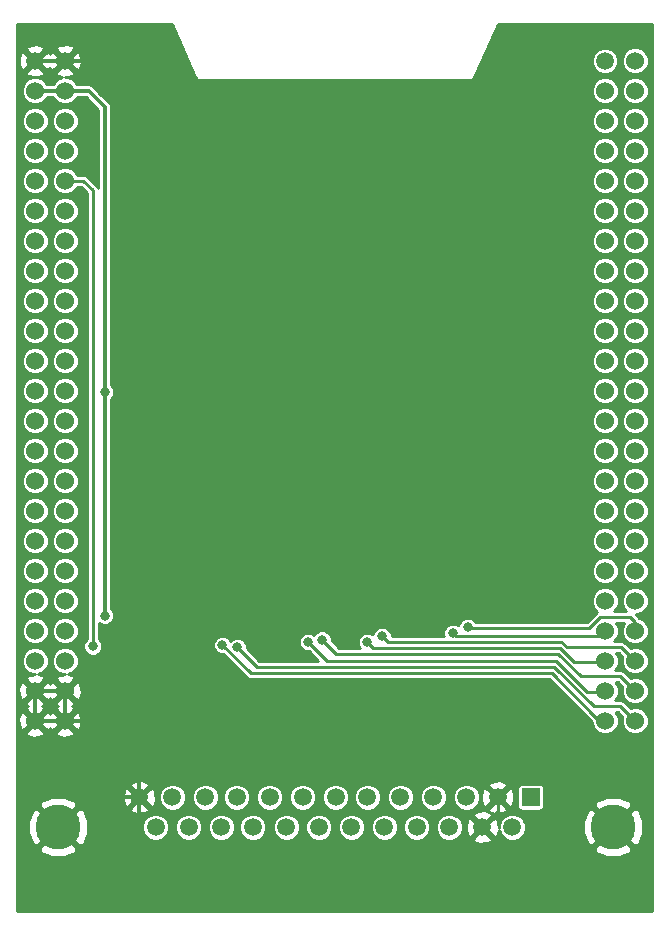
<source format=gbl>
G04 #@! TF.FileFunction,Copper,L2,Bot,Signal*
%FSLAX46Y46*%
G04 Gerber Fmt 4.6, Leading zero omitted, Abs format (unit mm)*
G04 Created by KiCad (PCBNEW 4.0.7) date 10/18/17 23:54:45*
%MOMM*%
%LPD*%
G01*
G04 APERTURE LIST*
%ADD10C,0.150000*%
%ADD11C,1.500000*%
%ADD12C,1.524000*%
%ADD13C,3.810000*%
%ADD14R,1.520000X1.520000*%
%ADD15C,1.520000*%
%ADD16C,0.812800*%
%ADD17C,0.350000*%
%ADD18C,0.254000*%
G04 APERTURE END LIST*
D10*
D11*
X164980400Y-62575200D03*
D12*
X167520400Y-118455200D03*
X164980400Y-118455200D03*
X167520400Y-115915200D03*
X164980400Y-115915200D03*
X167520400Y-113375200D03*
X164980400Y-113375200D03*
X167520400Y-98135200D03*
X167520400Y-110835200D03*
X164980400Y-110835200D03*
X164980400Y-72735200D03*
X164980400Y-70195200D03*
X164980400Y-67655200D03*
X164980400Y-65115200D03*
X164980400Y-108295200D03*
X164980400Y-105755200D03*
X167520400Y-108295200D03*
X167520400Y-105755200D03*
X167520400Y-103215200D03*
X167520400Y-100675200D03*
X167520400Y-95595200D03*
X164980400Y-103215200D03*
X167520400Y-93055200D03*
X167520400Y-90515200D03*
X164980400Y-100675200D03*
X167520400Y-87975200D03*
X164980400Y-98135200D03*
X167520400Y-85435200D03*
X164980400Y-95595200D03*
X167520400Y-82895200D03*
X164980400Y-93055200D03*
X167520400Y-80355200D03*
X164980400Y-90515200D03*
X167520400Y-77815200D03*
X164980400Y-87975200D03*
X167520400Y-75275200D03*
X164980400Y-85435200D03*
X167520400Y-72735200D03*
X164980400Y-82895200D03*
X167520400Y-70195200D03*
X164980400Y-80355200D03*
X167520400Y-67655200D03*
X164980400Y-77815200D03*
X167520400Y-65115200D03*
X164980400Y-75275200D03*
X167520400Y-62575200D03*
X119260400Y-62575200D03*
X116720400Y-75275200D03*
X119260400Y-65115200D03*
X116720400Y-77815200D03*
X119260400Y-67655200D03*
X116720400Y-80355200D03*
X119260400Y-70195200D03*
X116720400Y-82895200D03*
X119260400Y-72735200D03*
X116720400Y-85435200D03*
X119260400Y-75275200D03*
X116720400Y-87975200D03*
X119260400Y-77815200D03*
X116720400Y-90515200D03*
X119260400Y-80355200D03*
X116720400Y-93055200D03*
X119260400Y-82895200D03*
X116720400Y-95595200D03*
X119260400Y-85435200D03*
X116720400Y-98135200D03*
X119260400Y-87975200D03*
X116720400Y-100675200D03*
X119260400Y-90515200D03*
X119260400Y-93055200D03*
X116720400Y-103215200D03*
X119260400Y-95595200D03*
X119260400Y-100675200D03*
X119260400Y-103215200D03*
X119260400Y-105755200D03*
X119260400Y-108295200D03*
X116720400Y-105755200D03*
X116720400Y-108295200D03*
X116720400Y-65115200D03*
X116720400Y-67655200D03*
X116720400Y-70195200D03*
X116720400Y-72735200D03*
X116720400Y-110835200D03*
X119260400Y-110835200D03*
X119260400Y-98135200D03*
X116720400Y-113375200D03*
X119260400Y-113375200D03*
X116720400Y-115915200D03*
X119260400Y-115915200D03*
X116720400Y-118455200D03*
X119260400Y-118455200D03*
D11*
X116720400Y-62575200D03*
D13*
X118676500Y-127444500D03*
X165666500Y-127444500D03*
D14*
X158686500Y-124904500D03*
D15*
X155896500Y-124904500D03*
X153226500Y-124904500D03*
X150426500Y-124904500D03*
X147636500Y-124904500D03*
X144846500Y-124904500D03*
X142176500Y-124904500D03*
X139386500Y-124904500D03*
X136586500Y-124904500D03*
X133796500Y-124904500D03*
X131126500Y-124904500D03*
X128336500Y-124904500D03*
X125536500Y-124904500D03*
X157116500Y-127444500D03*
X154576500Y-127444500D03*
X151776500Y-127444500D03*
X149036500Y-127444500D03*
X146286500Y-127444500D03*
X143496500Y-127444500D03*
X140756500Y-127444500D03*
X138006500Y-127444500D03*
X135166500Y-127444500D03*
X132476500Y-127444500D03*
X129726500Y-127444500D03*
X126936500Y-127444500D03*
D16*
X123952000Y-81661000D03*
X156273500Y-105727500D03*
X145732500Y-107061000D03*
X133413500Y-107251500D03*
X133858000Y-112204500D03*
X132588000Y-112014000D03*
X141033500Y-111569500D03*
X139827000Y-111760000D03*
X146113500Y-111252000D03*
X144843500Y-111760000D03*
X153352500Y-110490000D03*
X152082500Y-110998000D03*
X121602500Y-112141000D03*
X122618500Y-109537500D03*
X122618500Y-90614500D03*
D17*
X123952000Y-107759500D02*
X123952000Y-81661000D01*
X123952000Y-81661000D02*
X123952000Y-65341500D01*
X123952000Y-65341500D02*
X121185700Y-62575200D01*
X121185700Y-62575200D02*
X119260400Y-62575200D01*
X118676500Y-127444500D02*
X121216500Y-124904500D01*
X121216500Y-124904500D02*
X125536500Y-124904500D01*
X165666500Y-127444500D02*
X164015500Y-129095500D01*
X164015500Y-129095500D02*
X152925500Y-129095500D01*
X122386100Y-120310900D02*
X125536500Y-123461300D01*
X125536500Y-123461300D02*
X125536500Y-124904500D01*
X125536500Y-124904500D02*
X125536500Y-128076500D01*
X152925500Y-129095500D02*
X152948500Y-129072500D01*
X152948500Y-129072500D02*
X154576500Y-127444500D01*
X126555500Y-129095500D02*
X152925500Y-129095500D01*
X125536500Y-128076500D02*
X126555500Y-129095500D01*
X119260400Y-118455200D02*
X120530400Y-118455200D01*
X120530400Y-118455200D02*
X122386100Y-120310900D01*
X116720400Y-115915200D02*
X119260400Y-115915200D01*
X119260400Y-115915200D02*
X119260400Y-118455200D01*
X119260400Y-118455200D02*
X116720400Y-118455200D01*
X116720400Y-118455200D02*
X116720400Y-115915200D01*
X134016750Y-105314750D02*
X126396750Y-105314750D01*
X123952000Y-118745000D02*
X122386100Y-120310900D01*
X123952000Y-107759500D02*
X123952000Y-118745000D01*
X126396750Y-105314750D02*
X123952000Y-107759500D01*
X116720400Y-62575200D02*
X119260400Y-62575200D01*
X145859500Y-105283000D02*
X155829000Y-105283000D01*
X155829000Y-105283000D02*
X156273500Y-105727500D01*
X145859500Y-106934000D02*
X145859500Y-105283000D01*
X145732500Y-107061000D02*
X145859500Y-106934000D01*
X133413500Y-107251500D02*
X133413500Y-105918000D01*
X133413500Y-105918000D02*
X134016750Y-105314750D01*
X134016750Y-105314750D02*
X134048500Y-105283000D01*
X134048500Y-105283000D02*
X145859500Y-105283000D01*
D18*
X155896500Y-124904500D02*
X155896500Y-126124500D01*
X155896500Y-126124500D02*
X154576500Y-127444500D01*
X167520400Y-118455200D02*
X166286200Y-117221000D01*
X166286200Y-117221000D02*
X166243000Y-117221000D01*
X135509000Y-113855500D02*
X133858000Y-112204500D01*
X160655000Y-113855500D02*
X135509000Y-113855500D01*
X164020500Y-117221000D02*
X160655000Y-113855500D01*
X166243000Y-117221000D02*
X164020500Y-117221000D01*
X164980400Y-118455200D02*
X164492700Y-118455200D01*
X164492700Y-118455200D02*
X164147500Y-118110000D01*
X135001000Y-114427000D02*
X132588000Y-112014000D01*
X160464500Y-114427000D02*
X135001000Y-114427000D01*
X164556200Y-118518700D02*
X164147500Y-118110000D01*
X164147500Y-118110000D02*
X160464500Y-114427000D01*
X167520400Y-115915200D02*
X166286200Y-114681000D01*
X142240000Y-112776000D02*
X141033500Y-111569500D01*
X161036000Y-112776000D02*
X142240000Y-112776000D01*
X162941000Y-114681000D02*
X161036000Y-112776000D01*
X166286200Y-114681000D02*
X162941000Y-114681000D01*
X164980400Y-115915200D02*
X164916900Y-115978700D01*
X164916900Y-115978700D02*
X163476700Y-115978700D01*
X163476700Y-115978700D02*
X160845500Y-113347500D01*
X160845500Y-113347500D02*
X141414500Y-113347500D01*
X141414500Y-113347500D02*
X139827000Y-111760000D01*
X167520400Y-113375200D02*
X166349700Y-112204500D01*
X166349700Y-112204500D02*
X166306500Y-112204500D01*
X146621500Y-111760000D02*
X146113500Y-111252000D01*
X161290000Y-111760000D02*
X146621500Y-111760000D01*
X161734500Y-112204500D02*
X161290000Y-111760000D01*
X166306500Y-112204500D02*
X161734500Y-112204500D01*
X164980400Y-113375200D02*
X164916900Y-113438700D01*
X164916900Y-113438700D02*
X162333700Y-113438700D01*
X145351500Y-112268000D02*
X144843500Y-111760000D01*
X161163000Y-112268000D02*
X145351500Y-112268000D01*
X162333700Y-113438700D02*
X161163000Y-112268000D01*
X167520400Y-110835200D02*
X167520400Y-110116400D01*
X167520400Y-110116400D02*
X167068500Y-109664500D01*
X167068500Y-109664500D02*
X164592000Y-109664500D01*
X164592000Y-109664500D02*
X163639500Y-110617000D01*
X163639500Y-110617000D02*
X153479500Y-110617000D01*
X153479500Y-110617000D02*
X153352500Y-110490000D01*
X164980400Y-110835200D02*
X164563600Y-111252000D01*
X164563600Y-111252000D02*
X164338000Y-111252000D01*
X164338000Y-111252000D02*
X152336500Y-111252000D01*
X152336500Y-111252000D02*
X152082500Y-110998000D01*
X120804700Y-72735200D02*
X119260400Y-72735200D01*
X121602500Y-73533000D02*
X120804700Y-72735200D01*
X121602500Y-112141000D02*
X121602500Y-73533000D01*
D17*
X122618500Y-90678000D02*
X122618500Y-109537500D01*
X122555000Y-90678000D02*
X122618500Y-90678000D01*
X121249200Y-65115200D02*
X122618500Y-66484500D01*
X122618500Y-66484500D02*
X122618500Y-90678000D01*
X119260400Y-65115200D02*
X121249200Y-65115200D01*
X122618500Y-90614500D02*
X122555000Y-90678000D01*
X116720400Y-65115200D02*
X119260400Y-65115200D01*
D18*
G36*
X130305136Y-63972753D02*
X130350841Y-64038320D01*
X130395237Y-64104763D01*
X130398831Y-64107164D01*
X130401303Y-64110711D01*
X130468622Y-64153797D01*
X130535063Y-64198192D01*
X130539302Y-64199035D01*
X130542944Y-64201366D01*
X130621644Y-64215414D01*
X130700000Y-64231000D01*
X153500000Y-64231000D01*
X153578380Y-64215409D01*
X153657056Y-64201366D01*
X153660698Y-64199035D01*
X153664937Y-64198192D01*
X153731378Y-64153797D01*
X153798697Y-64110711D01*
X153801169Y-64107164D01*
X153804763Y-64104763D01*
X153849159Y-64038320D01*
X153894864Y-63972753D01*
X154408300Y-62799183D01*
X163849204Y-62799183D01*
X164021025Y-63215023D01*
X164338903Y-63533456D01*
X164754443Y-63706004D01*
X165204383Y-63706396D01*
X165620223Y-63534575D01*
X165938656Y-63216697D01*
X166111037Y-62801559D01*
X166377202Y-62801559D01*
X166550846Y-63221812D01*
X166872097Y-63543623D01*
X167292046Y-63718001D01*
X167746759Y-63718398D01*
X168167012Y-63544754D01*
X168488823Y-63223503D01*
X168663201Y-62803554D01*
X168663598Y-62348841D01*
X168489954Y-61928588D01*
X168168703Y-61606777D01*
X167748754Y-61432399D01*
X167294041Y-61432002D01*
X166873788Y-61605646D01*
X166551977Y-61926897D01*
X166377599Y-62346846D01*
X166377202Y-62801559D01*
X166111037Y-62801559D01*
X166111204Y-62801157D01*
X166111596Y-62351217D01*
X165939775Y-61935377D01*
X165621897Y-61616944D01*
X165206357Y-61444396D01*
X164756417Y-61444004D01*
X164340577Y-61615825D01*
X164022144Y-61933703D01*
X163849596Y-62349243D01*
X163849204Y-62799183D01*
X154408300Y-62799183D01*
X155881881Y-59431000D01*
X168969000Y-59431000D01*
X168969000Y-134569000D01*
X115231000Y-134569000D01*
X115231000Y-129250940D01*
X117049665Y-129250940D01*
X117258853Y-129611789D01*
X118196150Y-129989324D01*
X119206577Y-129979433D01*
X120094147Y-129611789D01*
X120303335Y-129250940D01*
X164039665Y-129250940D01*
X164248853Y-129611789D01*
X165186150Y-129989324D01*
X166196577Y-129979433D01*
X167084147Y-129611789D01*
X167293335Y-129250940D01*
X165666500Y-127624105D01*
X164039665Y-129250940D01*
X120303335Y-129250940D01*
X118676500Y-127624105D01*
X117049665Y-129250940D01*
X115231000Y-129250940D01*
X115231000Y-126964150D01*
X116131676Y-126964150D01*
X116141567Y-127974577D01*
X116509211Y-128862147D01*
X116870060Y-129071335D01*
X118496895Y-127444500D01*
X118856105Y-127444500D01*
X120482940Y-129071335D01*
X120843789Y-128862147D01*
X121221324Y-127924850D01*
X121218834Y-127670463D01*
X125795302Y-127670463D01*
X125968643Y-128089980D01*
X126289331Y-128411229D01*
X126708545Y-128585302D01*
X127162463Y-128585698D01*
X127581980Y-128412357D01*
X127903229Y-128091669D01*
X128077302Y-127672455D01*
X128077303Y-127670463D01*
X128585302Y-127670463D01*
X128758643Y-128089980D01*
X129079331Y-128411229D01*
X129498545Y-128585302D01*
X129952463Y-128585698D01*
X130371980Y-128412357D01*
X130693229Y-128091669D01*
X130867302Y-127672455D01*
X130867303Y-127670463D01*
X131335302Y-127670463D01*
X131508643Y-128089980D01*
X131829331Y-128411229D01*
X132248545Y-128585302D01*
X132702463Y-128585698D01*
X133121980Y-128412357D01*
X133443229Y-128091669D01*
X133617302Y-127672455D01*
X133617303Y-127670463D01*
X134025302Y-127670463D01*
X134198643Y-128089980D01*
X134519331Y-128411229D01*
X134938545Y-128585302D01*
X135392463Y-128585698D01*
X135811980Y-128412357D01*
X136133229Y-128091669D01*
X136307302Y-127672455D01*
X136307303Y-127670463D01*
X136865302Y-127670463D01*
X137038643Y-128089980D01*
X137359331Y-128411229D01*
X137778545Y-128585302D01*
X138232463Y-128585698D01*
X138651980Y-128412357D01*
X138973229Y-128091669D01*
X139147302Y-127672455D01*
X139147303Y-127670463D01*
X139615302Y-127670463D01*
X139788643Y-128089980D01*
X140109331Y-128411229D01*
X140528545Y-128585302D01*
X140982463Y-128585698D01*
X141401980Y-128412357D01*
X141723229Y-128091669D01*
X141897302Y-127672455D01*
X141897303Y-127670463D01*
X142355302Y-127670463D01*
X142528643Y-128089980D01*
X142849331Y-128411229D01*
X143268545Y-128585302D01*
X143722463Y-128585698D01*
X144141980Y-128412357D01*
X144463229Y-128091669D01*
X144637302Y-127672455D01*
X144637303Y-127670463D01*
X145145302Y-127670463D01*
X145318643Y-128089980D01*
X145639331Y-128411229D01*
X146058545Y-128585302D01*
X146512463Y-128585698D01*
X146931980Y-128412357D01*
X147253229Y-128091669D01*
X147427302Y-127672455D01*
X147427303Y-127670463D01*
X147895302Y-127670463D01*
X148068643Y-128089980D01*
X148389331Y-128411229D01*
X148808545Y-128585302D01*
X149262463Y-128585698D01*
X149681980Y-128412357D01*
X150003229Y-128091669D01*
X150177302Y-127672455D01*
X150177303Y-127670463D01*
X150635302Y-127670463D01*
X150808643Y-128089980D01*
X151129331Y-128411229D01*
X151548545Y-128585302D01*
X152002463Y-128585698D01*
X152395583Y-128423264D01*
X153777341Y-128423264D01*
X153846559Y-128665242D01*
X154369280Y-128851655D01*
X154923549Y-128823841D01*
X155306441Y-128665242D01*
X155375659Y-128423264D01*
X154576500Y-127624105D01*
X153777341Y-128423264D01*
X152395583Y-128423264D01*
X152421980Y-128412357D01*
X152743229Y-128091669D01*
X152917302Y-127672455D01*
X152917681Y-127237280D01*
X153169345Y-127237280D01*
X153197159Y-127791549D01*
X153355758Y-128174441D01*
X153597736Y-128243659D01*
X154396895Y-127444500D01*
X154756105Y-127444500D01*
X155555264Y-128243659D01*
X155797242Y-128174441D01*
X155976198Y-127672631D01*
X156148643Y-128089980D01*
X156469331Y-128411229D01*
X156888545Y-128585302D01*
X157342463Y-128585698D01*
X157761980Y-128412357D01*
X158083229Y-128091669D01*
X158257302Y-127672455D01*
X158257698Y-127218537D01*
X158152588Y-126964150D01*
X163121676Y-126964150D01*
X163131567Y-127974577D01*
X163499211Y-128862147D01*
X163860060Y-129071335D01*
X165486895Y-127444500D01*
X165846105Y-127444500D01*
X167472940Y-129071335D01*
X167833789Y-128862147D01*
X168211324Y-127924850D01*
X168201433Y-126914423D01*
X167833789Y-126026853D01*
X167472940Y-125817665D01*
X165846105Y-127444500D01*
X165486895Y-127444500D01*
X163860060Y-125817665D01*
X163499211Y-126026853D01*
X163121676Y-126964150D01*
X158152588Y-126964150D01*
X158084357Y-126799020D01*
X157763669Y-126477771D01*
X157344455Y-126303698D01*
X156890537Y-126303302D01*
X156471020Y-126476643D01*
X156149771Y-126797331D01*
X155975698Y-127216545D01*
X155975461Y-127488429D01*
X155955841Y-127097451D01*
X155797242Y-126714559D01*
X155555264Y-126645341D01*
X154756105Y-127444500D01*
X154396895Y-127444500D01*
X153597736Y-126645341D01*
X153355758Y-126714559D01*
X153169345Y-127237280D01*
X152917681Y-127237280D01*
X152917698Y-127218537D01*
X152744357Y-126799020D01*
X152423669Y-126477771D01*
X152394686Y-126465736D01*
X153777341Y-126465736D01*
X154576500Y-127264895D01*
X155375659Y-126465736D01*
X155306441Y-126223758D01*
X154783720Y-126037345D01*
X154229451Y-126065159D01*
X153846559Y-126223758D01*
X153777341Y-126465736D01*
X152394686Y-126465736D01*
X152004455Y-126303698D01*
X151550537Y-126303302D01*
X151131020Y-126476643D01*
X150809771Y-126797331D01*
X150635698Y-127216545D01*
X150635302Y-127670463D01*
X150177303Y-127670463D01*
X150177698Y-127218537D01*
X150004357Y-126799020D01*
X149683669Y-126477771D01*
X149264455Y-126303698D01*
X148810537Y-126303302D01*
X148391020Y-126476643D01*
X148069771Y-126797331D01*
X147895698Y-127216545D01*
X147895302Y-127670463D01*
X147427303Y-127670463D01*
X147427698Y-127218537D01*
X147254357Y-126799020D01*
X146933669Y-126477771D01*
X146514455Y-126303698D01*
X146060537Y-126303302D01*
X145641020Y-126476643D01*
X145319771Y-126797331D01*
X145145698Y-127216545D01*
X145145302Y-127670463D01*
X144637303Y-127670463D01*
X144637698Y-127218537D01*
X144464357Y-126799020D01*
X144143669Y-126477771D01*
X143724455Y-126303698D01*
X143270537Y-126303302D01*
X142851020Y-126476643D01*
X142529771Y-126797331D01*
X142355698Y-127216545D01*
X142355302Y-127670463D01*
X141897303Y-127670463D01*
X141897698Y-127218537D01*
X141724357Y-126799020D01*
X141403669Y-126477771D01*
X140984455Y-126303698D01*
X140530537Y-126303302D01*
X140111020Y-126476643D01*
X139789771Y-126797331D01*
X139615698Y-127216545D01*
X139615302Y-127670463D01*
X139147303Y-127670463D01*
X139147698Y-127218537D01*
X138974357Y-126799020D01*
X138653669Y-126477771D01*
X138234455Y-126303698D01*
X137780537Y-126303302D01*
X137361020Y-126476643D01*
X137039771Y-126797331D01*
X136865698Y-127216545D01*
X136865302Y-127670463D01*
X136307303Y-127670463D01*
X136307698Y-127218537D01*
X136134357Y-126799020D01*
X135813669Y-126477771D01*
X135394455Y-126303698D01*
X134940537Y-126303302D01*
X134521020Y-126476643D01*
X134199771Y-126797331D01*
X134025698Y-127216545D01*
X134025302Y-127670463D01*
X133617303Y-127670463D01*
X133617698Y-127218537D01*
X133444357Y-126799020D01*
X133123669Y-126477771D01*
X132704455Y-126303698D01*
X132250537Y-126303302D01*
X131831020Y-126476643D01*
X131509771Y-126797331D01*
X131335698Y-127216545D01*
X131335302Y-127670463D01*
X130867303Y-127670463D01*
X130867698Y-127218537D01*
X130694357Y-126799020D01*
X130373669Y-126477771D01*
X129954455Y-126303698D01*
X129500537Y-126303302D01*
X129081020Y-126476643D01*
X128759771Y-126797331D01*
X128585698Y-127216545D01*
X128585302Y-127670463D01*
X128077303Y-127670463D01*
X128077698Y-127218537D01*
X127904357Y-126799020D01*
X127583669Y-126477771D01*
X127164455Y-126303698D01*
X126710537Y-126303302D01*
X126291020Y-126476643D01*
X125969771Y-126797331D01*
X125795698Y-127216545D01*
X125795302Y-127670463D01*
X121218834Y-127670463D01*
X121211433Y-126914423D01*
X120843789Y-126026853D01*
X120596099Y-125883264D01*
X124737341Y-125883264D01*
X124806559Y-126125242D01*
X125329280Y-126311655D01*
X125883549Y-126283841D01*
X126266441Y-126125242D01*
X126335659Y-125883264D01*
X125536500Y-125084105D01*
X124737341Y-125883264D01*
X120596099Y-125883264D01*
X120482940Y-125817665D01*
X118856105Y-127444500D01*
X118496895Y-127444500D01*
X116870060Y-125817665D01*
X116509211Y-126026853D01*
X116131676Y-126964150D01*
X115231000Y-126964150D01*
X115231000Y-125638060D01*
X117049665Y-125638060D01*
X118676500Y-127264895D01*
X120303335Y-125638060D01*
X120094147Y-125277211D01*
X119156850Y-124899676D01*
X118146423Y-124909567D01*
X117258853Y-125277211D01*
X117049665Y-125638060D01*
X115231000Y-125638060D01*
X115231000Y-124697280D01*
X124129345Y-124697280D01*
X124157159Y-125251549D01*
X124315758Y-125634441D01*
X124557736Y-125703659D01*
X125356895Y-124904500D01*
X125716105Y-124904500D01*
X126515264Y-125703659D01*
X126757242Y-125634441D01*
X126936970Y-125130463D01*
X127195302Y-125130463D01*
X127368643Y-125549980D01*
X127689331Y-125871229D01*
X128108545Y-126045302D01*
X128562463Y-126045698D01*
X128981980Y-125872357D01*
X129303229Y-125551669D01*
X129477302Y-125132455D01*
X129477303Y-125130463D01*
X129985302Y-125130463D01*
X130158643Y-125549980D01*
X130479331Y-125871229D01*
X130898545Y-126045302D01*
X131352463Y-126045698D01*
X131771980Y-125872357D01*
X132093229Y-125551669D01*
X132267302Y-125132455D01*
X132267303Y-125130463D01*
X132655302Y-125130463D01*
X132828643Y-125549980D01*
X133149331Y-125871229D01*
X133568545Y-126045302D01*
X134022463Y-126045698D01*
X134441980Y-125872357D01*
X134763229Y-125551669D01*
X134937302Y-125132455D01*
X134937303Y-125130463D01*
X135445302Y-125130463D01*
X135618643Y-125549980D01*
X135939331Y-125871229D01*
X136358545Y-126045302D01*
X136812463Y-126045698D01*
X137231980Y-125872357D01*
X137553229Y-125551669D01*
X137727302Y-125132455D01*
X137727303Y-125130463D01*
X138245302Y-125130463D01*
X138418643Y-125549980D01*
X138739331Y-125871229D01*
X139158545Y-126045302D01*
X139612463Y-126045698D01*
X140031980Y-125872357D01*
X140353229Y-125551669D01*
X140527302Y-125132455D01*
X140527303Y-125130463D01*
X141035302Y-125130463D01*
X141208643Y-125549980D01*
X141529331Y-125871229D01*
X141948545Y-126045302D01*
X142402463Y-126045698D01*
X142821980Y-125872357D01*
X143143229Y-125551669D01*
X143317302Y-125132455D01*
X143317303Y-125130463D01*
X143705302Y-125130463D01*
X143878643Y-125549980D01*
X144199331Y-125871229D01*
X144618545Y-126045302D01*
X145072463Y-126045698D01*
X145491980Y-125872357D01*
X145813229Y-125551669D01*
X145987302Y-125132455D01*
X145987303Y-125130463D01*
X146495302Y-125130463D01*
X146668643Y-125549980D01*
X146989331Y-125871229D01*
X147408545Y-126045302D01*
X147862463Y-126045698D01*
X148281980Y-125872357D01*
X148603229Y-125551669D01*
X148777302Y-125132455D01*
X148777303Y-125130463D01*
X149285302Y-125130463D01*
X149458643Y-125549980D01*
X149779331Y-125871229D01*
X150198545Y-126045302D01*
X150652463Y-126045698D01*
X151071980Y-125872357D01*
X151393229Y-125551669D01*
X151567302Y-125132455D01*
X151567303Y-125130463D01*
X152085302Y-125130463D01*
X152258643Y-125549980D01*
X152579331Y-125871229D01*
X152998545Y-126045302D01*
X153452463Y-126045698D01*
X153845583Y-125883264D01*
X155097341Y-125883264D01*
X155166559Y-126125242D01*
X155689280Y-126311655D01*
X156243549Y-126283841D01*
X156626441Y-126125242D01*
X156695659Y-125883264D01*
X155896500Y-125084105D01*
X155097341Y-125883264D01*
X153845583Y-125883264D01*
X153871980Y-125872357D01*
X154193229Y-125551669D01*
X154367302Y-125132455D01*
X154367681Y-124697280D01*
X154489345Y-124697280D01*
X154517159Y-125251549D01*
X154675758Y-125634441D01*
X154917736Y-125703659D01*
X155716895Y-124904500D01*
X156076105Y-124904500D01*
X156875264Y-125703659D01*
X157117242Y-125634441D01*
X157303655Y-125111720D01*
X157275841Y-124557451D01*
X157117242Y-124174559D01*
X157012160Y-124144500D01*
X157538036Y-124144500D01*
X157538036Y-125664500D01*
X157564603Y-125805690D01*
X157648046Y-125935365D01*
X157775366Y-126022359D01*
X157926500Y-126052964D01*
X159446500Y-126052964D01*
X159587690Y-126026397D01*
X159717365Y-125942954D01*
X159804359Y-125815634D01*
X159834964Y-125664500D01*
X159834964Y-125638060D01*
X164039665Y-125638060D01*
X165666500Y-127264895D01*
X167293335Y-125638060D01*
X167084147Y-125277211D01*
X166146850Y-124899676D01*
X165136423Y-124909567D01*
X164248853Y-125277211D01*
X164039665Y-125638060D01*
X159834964Y-125638060D01*
X159834964Y-124144500D01*
X159808397Y-124003310D01*
X159724954Y-123873635D01*
X159597634Y-123786641D01*
X159446500Y-123756036D01*
X157926500Y-123756036D01*
X157785310Y-123782603D01*
X157655635Y-123866046D01*
X157568641Y-123993366D01*
X157538036Y-124144500D01*
X157012160Y-124144500D01*
X156875264Y-124105341D01*
X156076105Y-124904500D01*
X155716895Y-124904500D01*
X154917736Y-124105341D01*
X154675758Y-124174559D01*
X154489345Y-124697280D01*
X154367681Y-124697280D01*
X154367698Y-124678537D01*
X154194357Y-124259020D01*
X153873669Y-123937771D01*
X153844686Y-123925736D01*
X155097341Y-123925736D01*
X155896500Y-124724895D01*
X156695659Y-123925736D01*
X156626441Y-123683758D01*
X156103720Y-123497345D01*
X155549451Y-123525159D01*
X155166559Y-123683758D01*
X155097341Y-123925736D01*
X153844686Y-123925736D01*
X153454455Y-123763698D01*
X153000537Y-123763302D01*
X152581020Y-123936643D01*
X152259771Y-124257331D01*
X152085698Y-124676545D01*
X152085302Y-125130463D01*
X151567303Y-125130463D01*
X151567698Y-124678537D01*
X151394357Y-124259020D01*
X151073669Y-123937771D01*
X150654455Y-123763698D01*
X150200537Y-123763302D01*
X149781020Y-123936643D01*
X149459771Y-124257331D01*
X149285698Y-124676545D01*
X149285302Y-125130463D01*
X148777303Y-125130463D01*
X148777698Y-124678537D01*
X148604357Y-124259020D01*
X148283669Y-123937771D01*
X147864455Y-123763698D01*
X147410537Y-123763302D01*
X146991020Y-123936643D01*
X146669771Y-124257331D01*
X146495698Y-124676545D01*
X146495302Y-125130463D01*
X145987303Y-125130463D01*
X145987698Y-124678537D01*
X145814357Y-124259020D01*
X145493669Y-123937771D01*
X145074455Y-123763698D01*
X144620537Y-123763302D01*
X144201020Y-123936643D01*
X143879771Y-124257331D01*
X143705698Y-124676545D01*
X143705302Y-125130463D01*
X143317303Y-125130463D01*
X143317698Y-124678537D01*
X143144357Y-124259020D01*
X142823669Y-123937771D01*
X142404455Y-123763698D01*
X141950537Y-123763302D01*
X141531020Y-123936643D01*
X141209771Y-124257331D01*
X141035698Y-124676545D01*
X141035302Y-125130463D01*
X140527303Y-125130463D01*
X140527698Y-124678537D01*
X140354357Y-124259020D01*
X140033669Y-123937771D01*
X139614455Y-123763698D01*
X139160537Y-123763302D01*
X138741020Y-123936643D01*
X138419771Y-124257331D01*
X138245698Y-124676545D01*
X138245302Y-125130463D01*
X137727303Y-125130463D01*
X137727698Y-124678537D01*
X137554357Y-124259020D01*
X137233669Y-123937771D01*
X136814455Y-123763698D01*
X136360537Y-123763302D01*
X135941020Y-123936643D01*
X135619771Y-124257331D01*
X135445698Y-124676545D01*
X135445302Y-125130463D01*
X134937303Y-125130463D01*
X134937698Y-124678537D01*
X134764357Y-124259020D01*
X134443669Y-123937771D01*
X134024455Y-123763698D01*
X133570537Y-123763302D01*
X133151020Y-123936643D01*
X132829771Y-124257331D01*
X132655698Y-124676545D01*
X132655302Y-125130463D01*
X132267303Y-125130463D01*
X132267698Y-124678537D01*
X132094357Y-124259020D01*
X131773669Y-123937771D01*
X131354455Y-123763698D01*
X130900537Y-123763302D01*
X130481020Y-123936643D01*
X130159771Y-124257331D01*
X129985698Y-124676545D01*
X129985302Y-125130463D01*
X129477303Y-125130463D01*
X129477698Y-124678537D01*
X129304357Y-124259020D01*
X128983669Y-123937771D01*
X128564455Y-123763698D01*
X128110537Y-123763302D01*
X127691020Y-123936643D01*
X127369771Y-124257331D01*
X127195698Y-124676545D01*
X127195302Y-125130463D01*
X126936970Y-125130463D01*
X126943655Y-125111720D01*
X126915841Y-124557451D01*
X126757242Y-124174559D01*
X126515264Y-124105341D01*
X125716105Y-124904500D01*
X125356895Y-124904500D01*
X124557736Y-124105341D01*
X124315758Y-124174559D01*
X124129345Y-124697280D01*
X115231000Y-124697280D01*
X115231000Y-123925736D01*
X124737341Y-123925736D01*
X125536500Y-124724895D01*
X126335659Y-123925736D01*
X126266441Y-123683758D01*
X125743720Y-123497345D01*
X125189451Y-123525159D01*
X124806559Y-123683758D01*
X124737341Y-123925736D01*
X115231000Y-123925736D01*
X115231000Y-119435413D01*
X115919792Y-119435413D01*
X115989257Y-119677597D01*
X116512702Y-119864344D01*
X117067768Y-119836562D01*
X117451543Y-119677597D01*
X117521008Y-119435413D01*
X118459792Y-119435413D01*
X118529257Y-119677597D01*
X119052702Y-119864344D01*
X119607768Y-119836562D01*
X119991543Y-119677597D01*
X120061008Y-119435413D01*
X119260400Y-118634805D01*
X118459792Y-119435413D01*
X117521008Y-119435413D01*
X116720400Y-118634805D01*
X115919792Y-119435413D01*
X115231000Y-119435413D01*
X115231000Y-118247502D01*
X115311256Y-118247502D01*
X115339038Y-118802568D01*
X115498003Y-119186343D01*
X115740187Y-119255808D01*
X116540795Y-118455200D01*
X116900005Y-118455200D01*
X117700613Y-119255808D01*
X117942797Y-119186343D01*
X117986853Y-119062856D01*
X118038003Y-119186343D01*
X118280187Y-119255808D01*
X119080795Y-118455200D01*
X119440005Y-118455200D01*
X120240613Y-119255808D01*
X120482797Y-119186343D01*
X120669544Y-118662898D01*
X120641762Y-118107832D01*
X120482797Y-117724057D01*
X120240613Y-117654592D01*
X119440005Y-118455200D01*
X119080795Y-118455200D01*
X118280187Y-117654592D01*
X118038003Y-117724057D01*
X117993947Y-117847544D01*
X117942797Y-117724057D01*
X117700613Y-117654592D01*
X116900005Y-118455200D01*
X116540795Y-118455200D01*
X115740187Y-117654592D01*
X115498003Y-117724057D01*
X115311256Y-118247502D01*
X115231000Y-118247502D01*
X115231000Y-116895413D01*
X115919792Y-116895413D01*
X115989257Y-117137597D01*
X116112744Y-117181653D01*
X115989257Y-117232803D01*
X115919792Y-117474987D01*
X116720400Y-118275595D01*
X117521008Y-117474987D01*
X117451543Y-117232803D01*
X117328056Y-117188747D01*
X117451543Y-117137597D01*
X117521008Y-116895413D01*
X118459792Y-116895413D01*
X118529257Y-117137597D01*
X118652744Y-117181653D01*
X118529257Y-117232803D01*
X118459792Y-117474987D01*
X119260400Y-118275595D01*
X120061008Y-117474987D01*
X119991543Y-117232803D01*
X119868056Y-117188747D01*
X119991543Y-117137597D01*
X120061008Y-116895413D01*
X119260400Y-116094805D01*
X118459792Y-116895413D01*
X117521008Y-116895413D01*
X116720400Y-116094805D01*
X115919792Y-116895413D01*
X115231000Y-116895413D01*
X115231000Y-115707502D01*
X115311256Y-115707502D01*
X115339038Y-116262568D01*
X115498003Y-116646343D01*
X115740187Y-116715808D01*
X116540795Y-115915200D01*
X116900005Y-115915200D01*
X117700613Y-116715808D01*
X117942797Y-116646343D01*
X117986853Y-116522856D01*
X118038003Y-116646343D01*
X118280187Y-116715808D01*
X119080795Y-115915200D01*
X119440005Y-115915200D01*
X120240613Y-116715808D01*
X120482797Y-116646343D01*
X120669544Y-116122898D01*
X120641762Y-115567832D01*
X120482797Y-115184057D01*
X120240613Y-115114592D01*
X119440005Y-115915200D01*
X119080795Y-115915200D01*
X118280187Y-115114592D01*
X118038003Y-115184057D01*
X117993947Y-115307544D01*
X117942797Y-115184057D01*
X117700613Y-115114592D01*
X116900005Y-115915200D01*
X116540795Y-115915200D01*
X115740187Y-115114592D01*
X115498003Y-115184057D01*
X115311256Y-115707502D01*
X115231000Y-115707502D01*
X115231000Y-113601559D01*
X115577202Y-113601559D01*
X115750846Y-114021812D01*
X116072097Y-114343623D01*
X116492046Y-114518001D01*
X116686060Y-114518170D01*
X116373032Y-114533838D01*
X115989257Y-114692803D01*
X115919792Y-114934987D01*
X116720400Y-115735595D01*
X117521008Y-114934987D01*
X117451543Y-114692803D01*
X116954142Y-114515348D01*
X117367012Y-114344754D01*
X117688823Y-114023503D01*
X117863201Y-113603554D01*
X117863202Y-113601559D01*
X118117202Y-113601559D01*
X118290846Y-114021812D01*
X118612097Y-114343623D01*
X119032046Y-114518001D01*
X119226060Y-114518170D01*
X118913032Y-114533838D01*
X118529257Y-114692803D01*
X118459792Y-114934987D01*
X119260400Y-115735595D01*
X120061008Y-114934987D01*
X119991543Y-114692803D01*
X119494142Y-114515348D01*
X119907012Y-114344754D01*
X120228823Y-114023503D01*
X120403201Y-113603554D01*
X120403598Y-113148841D01*
X120229954Y-112728588D01*
X119908703Y-112406777D01*
X119488754Y-112232399D01*
X119034041Y-112232002D01*
X118613788Y-112405646D01*
X118291977Y-112726897D01*
X118117599Y-113146846D01*
X118117202Y-113601559D01*
X117863202Y-113601559D01*
X117863598Y-113148841D01*
X117689954Y-112728588D01*
X117368703Y-112406777D01*
X116948754Y-112232399D01*
X116494041Y-112232002D01*
X116073788Y-112405646D01*
X115751977Y-112726897D01*
X115577599Y-113146846D01*
X115577202Y-113601559D01*
X115231000Y-113601559D01*
X115231000Y-111061559D01*
X115577202Y-111061559D01*
X115750846Y-111481812D01*
X116072097Y-111803623D01*
X116492046Y-111978001D01*
X116946759Y-111978398D01*
X117367012Y-111804754D01*
X117688823Y-111483503D01*
X117863201Y-111063554D01*
X117863202Y-111061559D01*
X118117202Y-111061559D01*
X118290846Y-111481812D01*
X118612097Y-111803623D01*
X119032046Y-111978001D01*
X119486759Y-111978398D01*
X119907012Y-111804754D01*
X120228823Y-111483503D01*
X120403201Y-111063554D01*
X120403598Y-110608841D01*
X120229954Y-110188588D01*
X119908703Y-109866777D01*
X119488754Y-109692399D01*
X119034041Y-109692002D01*
X118613788Y-109865646D01*
X118291977Y-110186897D01*
X118117599Y-110606846D01*
X118117202Y-111061559D01*
X117863202Y-111061559D01*
X117863598Y-110608841D01*
X117689954Y-110188588D01*
X117368703Y-109866777D01*
X116948754Y-109692399D01*
X116494041Y-109692002D01*
X116073788Y-109865646D01*
X115751977Y-110186897D01*
X115577599Y-110606846D01*
X115577202Y-111061559D01*
X115231000Y-111061559D01*
X115231000Y-108521559D01*
X115577202Y-108521559D01*
X115750846Y-108941812D01*
X116072097Y-109263623D01*
X116492046Y-109438001D01*
X116946759Y-109438398D01*
X117367012Y-109264754D01*
X117688823Y-108943503D01*
X117863201Y-108523554D01*
X117863202Y-108521559D01*
X118117202Y-108521559D01*
X118290846Y-108941812D01*
X118612097Y-109263623D01*
X119032046Y-109438001D01*
X119486759Y-109438398D01*
X119907012Y-109264754D01*
X120228823Y-108943503D01*
X120403201Y-108523554D01*
X120403598Y-108068841D01*
X120229954Y-107648588D01*
X119908703Y-107326777D01*
X119488754Y-107152399D01*
X119034041Y-107152002D01*
X118613788Y-107325646D01*
X118291977Y-107646897D01*
X118117599Y-108066846D01*
X118117202Y-108521559D01*
X117863202Y-108521559D01*
X117863598Y-108068841D01*
X117689954Y-107648588D01*
X117368703Y-107326777D01*
X116948754Y-107152399D01*
X116494041Y-107152002D01*
X116073788Y-107325646D01*
X115751977Y-107646897D01*
X115577599Y-108066846D01*
X115577202Y-108521559D01*
X115231000Y-108521559D01*
X115231000Y-105981559D01*
X115577202Y-105981559D01*
X115750846Y-106401812D01*
X116072097Y-106723623D01*
X116492046Y-106898001D01*
X116946759Y-106898398D01*
X117367012Y-106724754D01*
X117688823Y-106403503D01*
X117863201Y-105983554D01*
X117863202Y-105981559D01*
X118117202Y-105981559D01*
X118290846Y-106401812D01*
X118612097Y-106723623D01*
X119032046Y-106898001D01*
X119486759Y-106898398D01*
X119907012Y-106724754D01*
X120228823Y-106403503D01*
X120403201Y-105983554D01*
X120403598Y-105528841D01*
X120229954Y-105108588D01*
X119908703Y-104786777D01*
X119488754Y-104612399D01*
X119034041Y-104612002D01*
X118613788Y-104785646D01*
X118291977Y-105106897D01*
X118117599Y-105526846D01*
X118117202Y-105981559D01*
X117863202Y-105981559D01*
X117863598Y-105528841D01*
X117689954Y-105108588D01*
X117368703Y-104786777D01*
X116948754Y-104612399D01*
X116494041Y-104612002D01*
X116073788Y-104785646D01*
X115751977Y-105106897D01*
X115577599Y-105526846D01*
X115577202Y-105981559D01*
X115231000Y-105981559D01*
X115231000Y-103441559D01*
X115577202Y-103441559D01*
X115750846Y-103861812D01*
X116072097Y-104183623D01*
X116492046Y-104358001D01*
X116946759Y-104358398D01*
X117367012Y-104184754D01*
X117688823Y-103863503D01*
X117863201Y-103443554D01*
X117863202Y-103441559D01*
X118117202Y-103441559D01*
X118290846Y-103861812D01*
X118612097Y-104183623D01*
X119032046Y-104358001D01*
X119486759Y-104358398D01*
X119907012Y-104184754D01*
X120228823Y-103863503D01*
X120403201Y-103443554D01*
X120403598Y-102988841D01*
X120229954Y-102568588D01*
X119908703Y-102246777D01*
X119488754Y-102072399D01*
X119034041Y-102072002D01*
X118613788Y-102245646D01*
X118291977Y-102566897D01*
X118117599Y-102986846D01*
X118117202Y-103441559D01*
X117863202Y-103441559D01*
X117863598Y-102988841D01*
X117689954Y-102568588D01*
X117368703Y-102246777D01*
X116948754Y-102072399D01*
X116494041Y-102072002D01*
X116073788Y-102245646D01*
X115751977Y-102566897D01*
X115577599Y-102986846D01*
X115577202Y-103441559D01*
X115231000Y-103441559D01*
X115231000Y-100901559D01*
X115577202Y-100901559D01*
X115750846Y-101321812D01*
X116072097Y-101643623D01*
X116492046Y-101818001D01*
X116946759Y-101818398D01*
X117367012Y-101644754D01*
X117688823Y-101323503D01*
X117863201Y-100903554D01*
X117863202Y-100901559D01*
X118117202Y-100901559D01*
X118290846Y-101321812D01*
X118612097Y-101643623D01*
X119032046Y-101818001D01*
X119486759Y-101818398D01*
X119907012Y-101644754D01*
X120228823Y-101323503D01*
X120403201Y-100903554D01*
X120403598Y-100448841D01*
X120229954Y-100028588D01*
X119908703Y-99706777D01*
X119488754Y-99532399D01*
X119034041Y-99532002D01*
X118613788Y-99705646D01*
X118291977Y-100026897D01*
X118117599Y-100446846D01*
X118117202Y-100901559D01*
X117863202Y-100901559D01*
X117863598Y-100448841D01*
X117689954Y-100028588D01*
X117368703Y-99706777D01*
X116948754Y-99532399D01*
X116494041Y-99532002D01*
X116073788Y-99705646D01*
X115751977Y-100026897D01*
X115577599Y-100446846D01*
X115577202Y-100901559D01*
X115231000Y-100901559D01*
X115231000Y-98361559D01*
X115577202Y-98361559D01*
X115750846Y-98781812D01*
X116072097Y-99103623D01*
X116492046Y-99278001D01*
X116946759Y-99278398D01*
X117367012Y-99104754D01*
X117688823Y-98783503D01*
X117863201Y-98363554D01*
X117863202Y-98361559D01*
X118117202Y-98361559D01*
X118290846Y-98781812D01*
X118612097Y-99103623D01*
X119032046Y-99278001D01*
X119486759Y-99278398D01*
X119907012Y-99104754D01*
X120228823Y-98783503D01*
X120403201Y-98363554D01*
X120403598Y-97908841D01*
X120229954Y-97488588D01*
X119908703Y-97166777D01*
X119488754Y-96992399D01*
X119034041Y-96992002D01*
X118613788Y-97165646D01*
X118291977Y-97486897D01*
X118117599Y-97906846D01*
X118117202Y-98361559D01*
X117863202Y-98361559D01*
X117863598Y-97908841D01*
X117689954Y-97488588D01*
X117368703Y-97166777D01*
X116948754Y-96992399D01*
X116494041Y-96992002D01*
X116073788Y-97165646D01*
X115751977Y-97486897D01*
X115577599Y-97906846D01*
X115577202Y-98361559D01*
X115231000Y-98361559D01*
X115231000Y-95821559D01*
X115577202Y-95821559D01*
X115750846Y-96241812D01*
X116072097Y-96563623D01*
X116492046Y-96738001D01*
X116946759Y-96738398D01*
X117367012Y-96564754D01*
X117688823Y-96243503D01*
X117863201Y-95823554D01*
X117863202Y-95821559D01*
X118117202Y-95821559D01*
X118290846Y-96241812D01*
X118612097Y-96563623D01*
X119032046Y-96738001D01*
X119486759Y-96738398D01*
X119907012Y-96564754D01*
X120228823Y-96243503D01*
X120403201Y-95823554D01*
X120403598Y-95368841D01*
X120229954Y-94948588D01*
X119908703Y-94626777D01*
X119488754Y-94452399D01*
X119034041Y-94452002D01*
X118613788Y-94625646D01*
X118291977Y-94946897D01*
X118117599Y-95366846D01*
X118117202Y-95821559D01*
X117863202Y-95821559D01*
X117863598Y-95368841D01*
X117689954Y-94948588D01*
X117368703Y-94626777D01*
X116948754Y-94452399D01*
X116494041Y-94452002D01*
X116073788Y-94625646D01*
X115751977Y-94946897D01*
X115577599Y-95366846D01*
X115577202Y-95821559D01*
X115231000Y-95821559D01*
X115231000Y-93281559D01*
X115577202Y-93281559D01*
X115750846Y-93701812D01*
X116072097Y-94023623D01*
X116492046Y-94198001D01*
X116946759Y-94198398D01*
X117367012Y-94024754D01*
X117688823Y-93703503D01*
X117863201Y-93283554D01*
X117863202Y-93281559D01*
X118117202Y-93281559D01*
X118290846Y-93701812D01*
X118612097Y-94023623D01*
X119032046Y-94198001D01*
X119486759Y-94198398D01*
X119907012Y-94024754D01*
X120228823Y-93703503D01*
X120403201Y-93283554D01*
X120403598Y-92828841D01*
X120229954Y-92408588D01*
X119908703Y-92086777D01*
X119488754Y-91912399D01*
X119034041Y-91912002D01*
X118613788Y-92085646D01*
X118291977Y-92406897D01*
X118117599Y-92826846D01*
X118117202Y-93281559D01*
X117863202Y-93281559D01*
X117863598Y-92828841D01*
X117689954Y-92408588D01*
X117368703Y-92086777D01*
X116948754Y-91912399D01*
X116494041Y-91912002D01*
X116073788Y-92085646D01*
X115751977Y-92406897D01*
X115577599Y-92826846D01*
X115577202Y-93281559D01*
X115231000Y-93281559D01*
X115231000Y-90741559D01*
X115577202Y-90741559D01*
X115750846Y-91161812D01*
X116072097Y-91483623D01*
X116492046Y-91658001D01*
X116946759Y-91658398D01*
X117367012Y-91484754D01*
X117688823Y-91163503D01*
X117863201Y-90743554D01*
X117863202Y-90741559D01*
X118117202Y-90741559D01*
X118290846Y-91161812D01*
X118612097Y-91483623D01*
X119032046Y-91658001D01*
X119486759Y-91658398D01*
X119907012Y-91484754D01*
X120228823Y-91163503D01*
X120403201Y-90743554D01*
X120403598Y-90288841D01*
X120229954Y-89868588D01*
X119908703Y-89546777D01*
X119488754Y-89372399D01*
X119034041Y-89372002D01*
X118613788Y-89545646D01*
X118291977Y-89866897D01*
X118117599Y-90286846D01*
X118117202Y-90741559D01*
X117863202Y-90741559D01*
X117863598Y-90288841D01*
X117689954Y-89868588D01*
X117368703Y-89546777D01*
X116948754Y-89372399D01*
X116494041Y-89372002D01*
X116073788Y-89545646D01*
X115751977Y-89866897D01*
X115577599Y-90286846D01*
X115577202Y-90741559D01*
X115231000Y-90741559D01*
X115231000Y-88201559D01*
X115577202Y-88201559D01*
X115750846Y-88621812D01*
X116072097Y-88943623D01*
X116492046Y-89118001D01*
X116946759Y-89118398D01*
X117367012Y-88944754D01*
X117688823Y-88623503D01*
X117863201Y-88203554D01*
X117863202Y-88201559D01*
X118117202Y-88201559D01*
X118290846Y-88621812D01*
X118612097Y-88943623D01*
X119032046Y-89118001D01*
X119486759Y-89118398D01*
X119907012Y-88944754D01*
X120228823Y-88623503D01*
X120403201Y-88203554D01*
X120403598Y-87748841D01*
X120229954Y-87328588D01*
X119908703Y-87006777D01*
X119488754Y-86832399D01*
X119034041Y-86832002D01*
X118613788Y-87005646D01*
X118291977Y-87326897D01*
X118117599Y-87746846D01*
X118117202Y-88201559D01*
X117863202Y-88201559D01*
X117863598Y-87748841D01*
X117689954Y-87328588D01*
X117368703Y-87006777D01*
X116948754Y-86832399D01*
X116494041Y-86832002D01*
X116073788Y-87005646D01*
X115751977Y-87326897D01*
X115577599Y-87746846D01*
X115577202Y-88201559D01*
X115231000Y-88201559D01*
X115231000Y-85661559D01*
X115577202Y-85661559D01*
X115750846Y-86081812D01*
X116072097Y-86403623D01*
X116492046Y-86578001D01*
X116946759Y-86578398D01*
X117367012Y-86404754D01*
X117688823Y-86083503D01*
X117863201Y-85663554D01*
X117863202Y-85661559D01*
X118117202Y-85661559D01*
X118290846Y-86081812D01*
X118612097Y-86403623D01*
X119032046Y-86578001D01*
X119486759Y-86578398D01*
X119907012Y-86404754D01*
X120228823Y-86083503D01*
X120403201Y-85663554D01*
X120403598Y-85208841D01*
X120229954Y-84788588D01*
X119908703Y-84466777D01*
X119488754Y-84292399D01*
X119034041Y-84292002D01*
X118613788Y-84465646D01*
X118291977Y-84786897D01*
X118117599Y-85206846D01*
X118117202Y-85661559D01*
X117863202Y-85661559D01*
X117863598Y-85208841D01*
X117689954Y-84788588D01*
X117368703Y-84466777D01*
X116948754Y-84292399D01*
X116494041Y-84292002D01*
X116073788Y-84465646D01*
X115751977Y-84786897D01*
X115577599Y-85206846D01*
X115577202Y-85661559D01*
X115231000Y-85661559D01*
X115231000Y-83121559D01*
X115577202Y-83121559D01*
X115750846Y-83541812D01*
X116072097Y-83863623D01*
X116492046Y-84038001D01*
X116946759Y-84038398D01*
X117367012Y-83864754D01*
X117688823Y-83543503D01*
X117863201Y-83123554D01*
X117863202Y-83121559D01*
X118117202Y-83121559D01*
X118290846Y-83541812D01*
X118612097Y-83863623D01*
X119032046Y-84038001D01*
X119486759Y-84038398D01*
X119907012Y-83864754D01*
X120228823Y-83543503D01*
X120403201Y-83123554D01*
X120403598Y-82668841D01*
X120229954Y-82248588D01*
X119908703Y-81926777D01*
X119488754Y-81752399D01*
X119034041Y-81752002D01*
X118613788Y-81925646D01*
X118291977Y-82246897D01*
X118117599Y-82666846D01*
X118117202Y-83121559D01*
X117863202Y-83121559D01*
X117863598Y-82668841D01*
X117689954Y-82248588D01*
X117368703Y-81926777D01*
X116948754Y-81752399D01*
X116494041Y-81752002D01*
X116073788Y-81925646D01*
X115751977Y-82246897D01*
X115577599Y-82666846D01*
X115577202Y-83121559D01*
X115231000Y-83121559D01*
X115231000Y-80581559D01*
X115577202Y-80581559D01*
X115750846Y-81001812D01*
X116072097Y-81323623D01*
X116492046Y-81498001D01*
X116946759Y-81498398D01*
X117367012Y-81324754D01*
X117688823Y-81003503D01*
X117863201Y-80583554D01*
X117863202Y-80581559D01*
X118117202Y-80581559D01*
X118290846Y-81001812D01*
X118612097Y-81323623D01*
X119032046Y-81498001D01*
X119486759Y-81498398D01*
X119907012Y-81324754D01*
X120228823Y-81003503D01*
X120403201Y-80583554D01*
X120403598Y-80128841D01*
X120229954Y-79708588D01*
X119908703Y-79386777D01*
X119488754Y-79212399D01*
X119034041Y-79212002D01*
X118613788Y-79385646D01*
X118291977Y-79706897D01*
X118117599Y-80126846D01*
X118117202Y-80581559D01*
X117863202Y-80581559D01*
X117863598Y-80128841D01*
X117689954Y-79708588D01*
X117368703Y-79386777D01*
X116948754Y-79212399D01*
X116494041Y-79212002D01*
X116073788Y-79385646D01*
X115751977Y-79706897D01*
X115577599Y-80126846D01*
X115577202Y-80581559D01*
X115231000Y-80581559D01*
X115231000Y-78041559D01*
X115577202Y-78041559D01*
X115750846Y-78461812D01*
X116072097Y-78783623D01*
X116492046Y-78958001D01*
X116946759Y-78958398D01*
X117367012Y-78784754D01*
X117688823Y-78463503D01*
X117863201Y-78043554D01*
X117863202Y-78041559D01*
X118117202Y-78041559D01*
X118290846Y-78461812D01*
X118612097Y-78783623D01*
X119032046Y-78958001D01*
X119486759Y-78958398D01*
X119907012Y-78784754D01*
X120228823Y-78463503D01*
X120403201Y-78043554D01*
X120403598Y-77588841D01*
X120229954Y-77168588D01*
X119908703Y-76846777D01*
X119488754Y-76672399D01*
X119034041Y-76672002D01*
X118613788Y-76845646D01*
X118291977Y-77166897D01*
X118117599Y-77586846D01*
X118117202Y-78041559D01*
X117863202Y-78041559D01*
X117863598Y-77588841D01*
X117689954Y-77168588D01*
X117368703Y-76846777D01*
X116948754Y-76672399D01*
X116494041Y-76672002D01*
X116073788Y-76845646D01*
X115751977Y-77166897D01*
X115577599Y-77586846D01*
X115577202Y-78041559D01*
X115231000Y-78041559D01*
X115231000Y-75501559D01*
X115577202Y-75501559D01*
X115750846Y-75921812D01*
X116072097Y-76243623D01*
X116492046Y-76418001D01*
X116946759Y-76418398D01*
X117367012Y-76244754D01*
X117688823Y-75923503D01*
X117863201Y-75503554D01*
X117863202Y-75501559D01*
X118117202Y-75501559D01*
X118290846Y-75921812D01*
X118612097Y-76243623D01*
X119032046Y-76418001D01*
X119486759Y-76418398D01*
X119907012Y-76244754D01*
X120228823Y-75923503D01*
X120403201Y-75503554D01*
X120403598Y-75048841D01*
X120229954Y-74628588D01*
X119908703Y-74306777D01*
X119488754Y-74132399D01*
X119034041Y-74132002D01*
X118613788Y-74305646D01*
X118291977Y-74626897D01*
X118117599Y-75046846D01*
X118117202Y-75501559D01*
X117863202Y-75501559D01*
X117863598Y-75048841D01*
X117689954Y-74628588D01*
X117368703Y-74306777D01*
X116948754Y-74132399D01*
X116494041Y-74132002D01*
X116073788Y-74305646D01*
X115751977Y-74626897D01*
X115577599Y-75046846D01*
X115577202Y-75501559D01*
X115231000Y-75501559D01*
X115231000Y-72961559D01*
X115577202Y-72961559D01*
X115750846Y-73381812D01*
X116072097Y-73703623D01*
X116492046Y-73878001D01*
X116946759Y-73878398D01*
X117367012Y-73704754D01*
X117688823Y-73383503D01*
X117863201Y-72963554D01*
X117863598Y-72508841D01*
X117689954Y-72088588D01*
X117368703Y-71766777D01*
X116948754Y-71592399D01*
X116494041Y-71592002D01*
X116073788Y-71765646D01*
X115751977Y-72086897D01*
X115577599Y-72506846D01*
X115577202Y-72961559D01*
X115231000Y-72961559D01*
X115231000Y-70421559D01*
X115577202Y-70421559D01*
X115750846Y-70841812D01*
X116072097Y-71163623D01*
X116492046Y-71338001D01*
X116946759Y-71338398D01*
X117367012Y-71164754D01*
X117688823Y-70843503D01*
X117863201Y-70423554D01*
X117863202Y-70421559D01*
X118117202Y-70421559D01*
X118290846Y-70841812D01*
X118612097Y-71163623D01*
X119032046Y-71338001D01*
X119486759Y-71338398D01*
X119907012Y-71164754D01*
X120228823Y-70843503D01*
X120403201Y-70423554D01*
X120403598Y-69968841D01*
X120229954Y-69548588D01*
X119908703Y-69226777D01*
X119488754Y-69052399D01*
X119034041Y-69052002D01*
X118613788Y-69225646D01*
X118291977Y-69546897D01*
X118117599Y-69966846D01*
X118117202Y-70421559D01*
X117863202Y-70421559D01*
X117863598Y-69968841D01*
X117689954Y-69548588D01*
X117368703Y-69226777D01*
X116948754Y-69052399D01*
X116494041Y-69052002D01*
X116073788Y-69225646D01*
X115751977Y-69546897D01*
X115577599Y-69966846D01*
X115577202Y-70421559D01*
X115231000Y-70421559D01*
X115231000Y-67881559D01*
X115577202Y-67881559D01*
X115750846Y-68301812D01*
X116072097Y-68623623D01*
X116492046Y-68798001D01*
X116946759Y-68798398D01*
X117367012Y-68624754D01*
X117688823Y-68303503D01*
X117863201Y-67883554D01*
X117863202Y-67881559D01*
X118117202Y-67881559D01*
X118290846Y-68301812D01*
X118612097Y-68623623D01*
X119032046Y-68798001D01*
X119486759Y-68798398D01*
X119907012Y-68624754D01*
X120228823Y-68303503D01*
X120403201Y-67883554D01*
X120403598Y-67428841D01*
X120229954Y-67008588D01*
X119908703Y-66686777D01*
X119488754Y-66512399D01*
X119034041Y-66512002D01*
X118613788Y-66685646D01*
X118291977Y-67006897D01*
X118117599Y-67426846D01*
X118117202Y-67881559D01*
X117863202Y-67881559D01*
X117863598Y-67428841D01*
X117689954Y-67008588D01*
X117368703Y-66686777D01*
X116948754Y-66512399D01*
X116494041Y-66512002D01*
X116073788Y-66685646D01*
X115751977Y-67006897D01*
X115577599Y-67426846D01*
X115577202Y-67881559D01*
X115231000Y-67881559D01*
X115231000Y-65341559D01*
X115577202Y-65341559D01*
X115750846Y-65761812D01*
X116072097Y-66083623D01*
X116492046Y-66258001D01*
X116946759Y-66258398D01*
X117367012Y-66084754D01*
X117688823Y-65763503D01*
X117727151Y-65671200D01*
X118253406Y-65671200D01*
X118290846Y-65761812D01*
X118612097Y-66083623D01*
X119032046Y-66258001D01*
X119486759Y-66258398D01*
X119907012Y-66084754D01*
X120228823Y-65763503D01*
X120267151Y-65671200D01*
X121018898Y-65671200D01*
X122062500Y-66714803D01*
X122062500Y-73324632D01*
X121961711Y-73173790D01*
X121163910Y-72375990D01*
X120999103Y-72265869D01*
X120804700Y-72227200D01*
X120287227Y-72227200D01*
X120229954Y-72088588D01*
X119908703Y-71766777D01*
X119488754Y-71592399D01*
X119034041Y-71592002D01*
X118613788Y-71765646D01*
X118291977Y-72086897D01*
X118117599Y-72506846D01*
X118117202Y-72961559D01*
X118290846Y-73381812D01*
X118612097Y-73703623D01*
X119032046Y-73878001D01*
X119486759Y-73878398D01*
X119907012Y-73704754D01*
X120228823Y-73383503D01*
X120287082Y-73243200D01*
X120594280Y-73243200D01*
X121094500Y-73743421D01*
X121094500Y-111535533D01*
X120935364Y-111694391D01*
X120815237Y-111983689D01*
X120814964Y-112296936D01*
X120934586Y-112586444D01*
X121155891Y-112808136D01*
X121445189Y-112928263D01*
X121758436Y-112928536D01*
X122047944Y-112808914D01*
X122269636Y-112587609D01*
X122389763Y-112298311D01*
X122389874Y-112169936D01*
X131800464Y-112169936D01*
X131920086Y-112459444D01*
X132141391Y-112681136D01*
X132430689Y-112801263D01*
X132657040Y-112801460D01*
X134641790Y-114786210D01*
X134806596Y-114896331D01*
X134838850Y-114902746D01*
X135001000Y-114935000D01*
X160254080Y-114935000D01*
X163788290Y-118469211D01*
X163788293Y-118469213D01*
X163837345Y-118518265D01*
X163837202Y-118681559D01*
X164010846Y-119101812D01*
X164332097Y-119423623D01*
X164752046Y-119598001D01*
X165206759Y-119598398D01*
X165627012Y-119424754D01*
X165948823Y-119103503D01*
X166123201Y-118683554D01*
X166123598Y-118228841D01*
X165949954Y-117808588D01*
X165870504Y-117729000D01*
X166075780Y-117729000D01*
X166435114Y-118088334D01*
X166377599Y-118226846D01*
X166377202Y-118681559D01*
X166550846Y-119101812D01*
X166872097Y-119423623D01*
X167292046Y-119598001D01*
X167746759Y-119598398D01*
X168167012Y-119424754D01*
X168488823Y-119103503D01*
X168663201Y-118683554D01*
X168663598Y-118228841D01*
X168489954Y-117808588D01*
X168168703Y-117486777D01*
X167748754Y-117312399D01*
X167294041Y-117312002D01*
X167153636Y-117370016D01*
X166645410Y-116861790D01*
X166480603Y-116751669D01*
X166286200Y-116713000D01*
X165799065Y-116713000D01*
X165948823Y-116563503D01*
X166123201Y-116143554D01*
X166123598Y-115688841D01*
X165949954Y-115268588D01*
X165870504Y-115189000D01*
X166075780Y-115189000D01*
X166435114Y-115548334D01*
X166377599Y-115686846D01*
X166377202Y-116141559D01*
X166550846Y-116561812D01*
X166872097Y-116883623D01*
X167292046Y-117058001D01*
X167746759Y-117058398D01*
X168167012Y-116884754D01*
X168488823Y-116563503D01*
X168663201Y-116143554D01*
X168663598Y-115688841D01*
X168489954Y-115268588D01*
X168168703Y-114946777D01*
X167748754Y-114772399D01*
X167294041Y-114772002D01*
X167153636Y-114830016D01*
X166645410Y-114321790D01*
X166480603Y-114211669D01*
X166286200Y-114173000D01*
X165799065Y-114173000D01*
X165948823Y-114023503D01*
X166123201Y-113603554D01*
X166123598Y-113148841D01*
X165949954Y-112728588D01*
X165933894Y-112712500D01*
X166139280Y-112712500D01*
X166435114Y-113008334D01*
X166377599Y-113146846D01*
X166377202Y-113601559D01*
X166550846Y-114021812D01*
X166872097Y-114343623D01*
X167292046Y-114518001D01*
X167746759Y-114518398D01*
X168167012Y-114344754D01*
X168488823Y-114023503D01*
X168663201Y-113603554D01*
X168663598Y-113148841D01*
X168489954Y-112728588D01*
X168168703Y-112406777D01*
X167748754Y-112232399D01*
X167294041Y-112232002D01*
X167153636Y-112290016D01*
X166708910Y-111845290D01*
X166544103Y-111735169D01*
X166349700Y-111696500D01*
X165735455Y-111696500D01*
X165948823Y-111483503D01*
X166123201Y-111063554D01*
X166123598Y-110608841D01*
X165949954Y-110188588D01*
X165933894Y-110172500D01*
X166566399Y-110172500D01*
X166551977Y-110186897D01*
X166377599Y-110606846D01*
X166377202Y-111061559D01*
X166550846Y-111481812D01*
X166872097Y-111803623D01*
X167292046Y-111978001D01*
X167746759Y-111978398D01*
X168167012Y-111804754D01*
X168488823Y-111483503D01*
X168663201Y-111063554D01*
X168663598Y-110608841D01*
X168489954Y-110188588D01*
X168168703Y-109866777D01*
X167861731Y-109739311D01*
X167560656Y-109438236D01*
X167746759Y-109438398D01*
X168167012Y-109264754D01*
X168488823Y-108943503D01*
X168663201Y-108523554D01*
X168663598Y-108068841D01*
X168489954Y-107648588D01*
X168168703Y-107326777D01*
X167748754Y-107152399D01*
X167294041Y-107152002D01*
X166873788Y-107325646D01*
X166551977Y-107646897D01*
X166377599Y-108066846D01*
X166377202Y-108521559D01*
X166550846Y-108941812D01*
X166765160Y-109156500D01*
X165735455Y-109156500D01*
X165948823Y-108943503D01*
X166123201Y-108523554D01*
X166123598Y-108068841D01*
X165949954Y-107648588D01*
X165628703Y-107326777D01*
X165208754Y-107152399D01*
X164754041Y-107152002D01*
X164333788Y-107325646D01*
X164011977Y-107646897D01*
X163837599Y-108066846D01*
X163837202Y-108521559D01*
X164010846Y-108941812D01*
X164317313Y-109248813D01*
X164232789Y-109305290D01*
X163429080Y-110109000D01*
X154047042Y-110109000D01*
X154020414Y-110044556D01*
X153799109Y-109822864D01*
X153509811Y-109702737D01*
X153196564Y-109702464D01*
X152907056Y-109822086D01*
X152685364Y-110043391D01*
X152565237Y-110332689D01*
X152565207Y-110367025D01*
X152529109Y-110330864D01*
X152239811Y-110210737D01*
X151926564Y-110210464D01*
X151637056Y-110330086D01*
X151415364Y-110551391D01*
X151295237Y-110840689D01*
X151294964Y-111153936D01*
X151335483Y-111252000D01*
X146900900Y-111252000D01*
X146901036Y-111096064D01*
X146781414Y-110806556D01*
X146560109Y-110584864D01*
X146270811Y-110464737D01*
X145957564Y-110464464D01*
X145668056Y-110584086D01*
X145446364Y-110805391D01*
X145326237Y-111094689D01*
X145326207Y-111129025D01*
X145290109Y-111092864D01*
X145000811Y-110972737D01*
X144687564Y-110972464D01*
X144398056Y-111092086D01*
X144176364Y-111313391D01*
X144056237Y-111602689D01*
X144055964Y-111915936D01*
X144175586Y-112205444D01*
X144238033Y-112268000D01*
X142450420Y-112268000D01*
X141820840Y-111638420D01*
X141821036Y-111413564D01*
X141701414Y-111124056D01*
X141480109Y-110902364D01*
X141190811Y-110782237D01*
X140877564Y-110781964D01*
X140588056Y-110901586D01*
X140366364Y-111122891D01*
X140347921Y-111167306D01*
X140273609Y-111092864D01*
X139984311Y-110972737D01*
X139671064Y-110972464D01*
X139381556Y-111092086D01*
X139159864Y-111313391D01*
X139039737Y-111602689D01*
X139039464Y-111915936D01*
X139159086Y-112205444D01*
X139380391Y-112427136D01*
X139669689Y-112547263D01*
X139896040Y-112547460D01*
X140696080Y-113347500D01*
X135719421Y-113347500D01*
X134645340Y-112273420D01*
X134645536Y-112048564D01*
X134525914Y-111759056D01*
X134304609Y-111537364D01*
X134015311Y-111417237D01*
X133702064Y-111416964D01*
X133412556Y-111536586D01*
X133292304Y-111656628D01*
X133255914Y-111568556D01*
X133034609Y-111346864D01*
X132745311Y-111226737D01*
X132432064Y-111226464D01*
X132142556Y-111346086D01*
X131920864Y-111567391D01*
X131800737Y-111856689D01*
X131800464Y-112169936D01*
X122389874Y-112169936D01*
X122390036Y-111985064D01*
X122270414Y-111695556D01*
X122110500Y-111535362D01*
X122110500Y-110143138D01*
X122171891Y-110204636D01*
X122461189Y-110324763D01*
X122774436Y-110325036D01*
X123063944Y-110205414D01*
X123285636Y-109984109D01*
X123405763Y-109694811D01*
X123406036Y-109381564D01*
X123286414Y-109092056D01*
X123174500Y-108979946D01*
X123174500Y-105981559D01*
X163837202Y-105981559D01*
X164010846Y-106401812D01*
X164332097Y-106723623D01*
X164752046Y-106898001D01*
X165206759Y-106898398D01*
X165627012Y-106724754D01*
X165948823Y-106403503D01*
X166123201Y-105983554D01*
X166123202Y-105981559D01*
X166377202Y-105981559D01*
X166550846Y-106401812D01*
X166872097Y-106723623D01*
X167292046Y-106898001D01*
X167746759Y-106898398D01*
X168167012Y-106724754D01*
X168488823Y-106403503D01*
X168663201Y-105983554D01*
X168663598Y-105528841D01*
X168489954Y-105108588D01*
X168168703Y-104786777D01*
X167748754Y-104612399D01*
X167294041Y-104612002D01*
X166873788Y-104785646D01*
X166551977Y-105106897D01*
X166377599Y-105526846D01*
X166377202Y-105981559D01*
X166123202Y-105981559D01*
X166123598Y-105528841D01*
X165949954Y-105108588D01*
X165628703Y-104786777D01*
X165208754Y-104612399D01*
X164754041Y-104612002D01*
X164333788Y-104785646D01*
X164011977Y-105106897D01*
X163837599Y-105526846D01*
X163837202Y-105981559D01*
X123174500Y-105981559D01*
X123174500Y-103441559D01*
X163837202Y-103441559D01*
X164010846Y-103861812D01*
X164332097Y-104183623D01*
X164752046Y-104358001D01*
X165206759Y-104358398D01*
X165627012Y-104184754D01*
X165948823Y-103863503D01*
X166123201Y-103443554D01*
X166123202Y-103441559D01*
X166377202Y-103441559D01*
X166550846Y-103861812D01*
X166872097Y-104183623D01*
X167292046Y-104358001D01*
X167746759Y-104358398D01*
X168167012Y-104184754D01*
X168488823Y-103863503D01*
X168663201Y-103443554D01*
X168663598Y-102988841D01*
X168489954Y-102568588D01*
X168168703Y-102246777D01*
X167748754Y-102072399D01*
X167294041Y-102072002D01*
X166873788Y-102245646D01*
X166551977Y-102566897D01*
X166377599Y-102986846D01*
X166377202Y-103441559D01*
X166123202Y-103441559D01*
X166123598Y-102988841D01*
X165949954Y-102568588D01*
X165628703Y-102246777D01*
X165208754Y-102072399D01*
X164754041Y-102072002D01*
X164333788Y-102245646D01*
X164011977Y-102566897D01*
X163837599Y-102986846D01*
X163837202Y-103441559D01*
X123174500Y-103441559D01*
X123174500Y-100901559D01*
X163837202Y-100901559D01*
X164010846Y-101321812D01*
X164332097Y-101643623D01*
X164752046Y-101818001D01*
X165206759Y-101818398D01*
X165627012Y-101644754D01*
X165948823Y-101323503D01*
X166123201Y-100903554D01*
X166123202Y-100901559D01*
X166377202Y-100901559D01*
X166550846Y-101321812D01*
X166872097Y-101643623D01*
X167292046Y-101818001D01*
X167746759Y-101818398D01*
X168167012Y-101644754D01*
X168488823Y-101323503D01*
X168663201Y-100903554D01*
X168663598Y-100448841D01*
X168489954Y-100028588D01*
X168168703Y-99706777D01*
X167748754Y-99532399D01*
X167294041Y-99532002D01*
X166873788Y-99705646D01*
X166551977Y-100026897D01*
X166377599Y-100446846D01*
X166377202Y-100901559D01*
X166123202Y-100901559D01*
X166123598Y-100448841D01*
X165949954Y-100028588D01*
X165628703Y-99706777D01*
X165208754Y-99532399D01*
X164754041Y-99532002D01*
X164333788Y-99705646D01*
X164011977Y-100026897D01*
X163837599Y-100446846D01*
X163837202Y-100901559D01*
X123174500Y-100901559D01*
X123174500Y-98361559D01*
X163837202Y-98361559D01*
X164010846Y-98781812D01*
X164332097Y-99103623D01*
X164752046Y-99278001D01*
X165206759Y-99278398D01*
X165627012Y-99104754D01*
X165948823Y-98783503D01*
X166123201Y-98363554D01*
X166123202Y-98361559D01*
X166377202Y-98361559D01*
X166550846Y-98781812D01*
X166872097Y-99103623D01*
X167292046Y-99278001D01*
X167746759Y-99278398D01*
X168167012Y-99104754D01*
X168488823Y-98783503D01*
X168663201Y-98363554D01*
X168663598Y-97908841D01*
X168489954Y-97488588D01*
X168168703Y-97166777D01*
X167748754Y-96992399D01*
X167294041Y-96992002D01*
X166873788Y-97165646D01*
X166551977Y-97486897D01*
X166377599Y-97906846D01*
X166377202Y-98361559D01*
X166123202Y-98361559D01*
X166123598Y-97908841D01*
X165949954Y-97488588D01*
X165628703Y-97166777D01*
X165208754Y-96992399D01*
X164754041Y-96992002D01*
X164333788Y-97165646D01*
X164011977Y-97486897D01*
X163837599Y-97906846D01*
X163837202Y-98361559D01*
X123174500Y-98361559D01*
X123174500Y-95821559D01*
X163837202Y-95821559D01*
X164010846Y-96241812D01*
X164332097Y-96563623D01*
X164752046Y-96738001D01*
X165206759Y-96738398D01*
X165627012Y-96564754D01*
X165948823Y-96243503D01*
X166123201Y-95823554D01*
X166123202Y-95821559D01*
X166377202Y-95821559D01*
X166550846Y-96241812D01*
X166872097Y-96563623D01*
X167292046Y-96738001D01*
X167746759Y-96738398D01*
X168167012Y-96564754D01*
X168488823Y-96243503D01*
X168663201Y-95823554D01*
X168663598Y-95368841D01*
X168489954Y-94948588D01*
X168168703Y-94626777D01*
X167748754Y-94452399D01*
X167294041Y-94452002D01*
X166873788Y-94625646D01*
X166551977Y-94946897D01*
X166377599Y-95366846D01*
X166377202Y-95821559D01*
X166123202Y-95821559D01*
X166123598Y-95368841D01*
X165949954Y-94948588D01*
X165628703Y-94626777D01*
X165208754Y-94452399D01*
X164754041Y-94452002D01*
X164333788Y-94625646D01*
X164011977Y-94946897D01*
X163837599Y-95366846D01*
X163837202Y-95821559D01*
X123174500Y-95821559D01*
X123174500Y-93281559D01*
X163837202Y-93281559D01*
X164010846Y-93701812D01*
X164332097Y-94023623D01*
X164752046Y-94198001D01*
X165206759Y-94198398D01*
X165627012Y-94024754D01*
X165948823Y-93703503D01*
X166123201Y-93283554D01*
X166123202Y-93281559D01*
X166377202Y-93281559D01*
X166550846Y-93701812D01*
X166872097Y-94023623D01*
X167292046Y-94198001D01*
X167746759Y-94198398D01*
X168167012Y-94024754D01*
X168488823Y-93703503D01*
X168663201Y-93283554D01*
X168663598Y-92828841D01*
X168489954Y-92408588D01*
X168168703Y-92086777D01*
X167748754Y-91912399D01*
X167294041Y-91912002D01*
X166873788Y-92085646D01*
X166551977Y-92406897D01*
X166377599Y-92826846D01*
X166377202Y-93281559D01*
X166123202Y-93281559D01*
X166123598Y-92828841D01*
X165949954Y-92408588D01*
X165628703Y-92086777D01*
X165208754Y-91912399D01*
X164754041Y-91912002D01*
X164333788Y-92085646D01*
X164011977Y-92406897D01*
X163837599Y-92826846D01*
X163837202Y-93281559D01*
X123174500Y-93281559D01*
X123174500Y-91172051D01*
X123285636Y-91061109D01*
X123405763Y-90771811D01*
X123405789Y-90741559D01*
X163837202Y-90741559D01*
X164010846Y-91161812D01*
X164332097Y-91483623D01*
X164752046Y-91658001D01*
X165206759Y-91658398D01*
X165627012Y-91484754D01*
X165948823Y-91163503D01*
X166123201Y-90743554D01*
X166123202Y-90741559D01*
X166377202Y-90741559D01*
X166550846Y-91161812D01*
X166872097Y-91483623D01*
X167292046Y-91658001D01*
X167746759Y-91658398D01*
X168167012Y-91484754D01*
X168488823Y-91163503D01*
X168663201Y-90743554D01*
X168663598Y-90288841D01*
X168489954Y-89868588D01*
X168168703Y-89546777D01*
X167748754Y-89372399D01*
X167294041Y-89372002D01*
X166873788Y-89545646D01*
X166551977Y-89866897D01*
X166377599Y-90286846D01*
X166377202Y-90741559D01*
X166123202Y-90741559D01*
X166123598Y-90288841D01*
X165949954Y-89868588D01*
X165628703Y-89546777D01*
X165208754Y-89372399D01*
X164754041Y-89372002D01*
X164333788Y-89545646D01*
X164011977Y-89866897D01*
X163837599Y-90286846D01*
X163837202Y-90741559D01*
X123405789Y-90741559D01*
X123406036Y-90458564D01*
X123286414Y-90169056D01*
X123174500Y-90056946D01*
X123174500Y-88201559D01*
X163837202Y-88201559D01*
X164010846Y-88621812D01*
X164332097Y-88943623D01*
X164752046Y-89118001D01*
X165206759Y-89118398D01*
X165627012Y-88944754D01*
X165948823Y-88623503D01*
X166123201Y-88203554D01*
X166123202Y-88201559D01*
X166377202Y-88201559D01*
X166550846Y-88621812D01*
X166872097Y-88943623D01*
X167292046Y-89118001D01*
X167746759Y-89118398D01*
X168167012Y-88944754D01*
X168488823Y-88623503D01*
X168663201Y-88203554D01*
X168663598Y-87748841D01*
X168489954Y-87328588D01*
X168168703Y-87006777D01*
X167748754Y-86832399D01*
X167294041Y-86832002D01*
X166873788Y-87005646D01*
X166551977Y-87326897D01*
X166377599Y-87746846D01*
X166377202Y-88201559D01*
X166123202Y-88201559D01*
X166123598Y-87748841D01*
X165949954Y-87328588D01*
X165628703Y-87006777D01*
X165208754Y-86832399D01*
X164754041Y-86832002D01*
X164333788Y-87005646D01*
X164011977Y-87326897D01*
X163837599Y-87746846D01*
X163837202Y-88201559D01*
X123174500Y-88201559D01*
X123174500Y-85661559D01*
X163837202Y-85661559D01*
X164010846Y-86081812D01*
X164332097Y-86403623D01*
X164752046Y-86578001D01*
X165206759Y-86578398D01*
X165627012Y-86404754D01*
X165948823Y-86083503D01*
X166123201Y-85663554D01*
X166123202Y-85661559D01*
X166377202Y-85661559D01*
X166550846Y-86081812D01*
X166872097Y-86403623D01*
X167292046Y-86578001D01*
X167746759Y-86578398D01*
X168167012Y-86404754D01*
X168488823Y-86083503D01*
X168663201Y-85663554D01*
X168663598Y-85208841D01*
X168489954Y-84788588D01*
X168168703Y-84466777D01*
X167748754Y-84292399D01*
X167294041Y-84292002D01*
X166873788Y-84465646D01*
X166551977Y-84786897D01*
X166377599Y-85206846D01*
X166377202Y-85661559D01*
X166123202Y-85661559D01*
X166123598Y-85208841D01*
X165949954Y-84788588D01*
X165628703Y-84466777D01*
X165208754Y-84292399D01*
X164754041Y-84292002D01*
X164333788Y-84465646D01*
X164011977Y-84786897D01*
X163837599Y-85206846D01*
X163837202Y-85661559D01*
X123174500Y-85661559D01*
X123174500Y-83121559D01*
X163837202Y-83121559D01*
X164010846Y-83541812D01*
X164332097Y-83863623D01*
X164752046Y-84038001D01*
X165206759Y-84038398D01*
X165627012Y-83864754D01*
X165948823Y-83543503D01*
X166123201Y-83123554D01*
X166123202Y-83121559D01*
X166377202Y-83121559D01*
X166550846Y-83541812D01*
X166872097Y-83863623D01*
X167292046Y-84038001D01*
X167746759Y-84038398D01*
X168167012Y-83864754D01*
X168488823Y-83543503D01*
X168663201Y-83123554D01*
X168663598Y-82668841D01*
X168489954Y-82248588D01*
X168168703Y-81926777D01*
X167748754Y-81752399D01*
X167294041Y-81752002D01*
X166873788Y-81925646D01*
X166551977Y-82246897D01*
X166377599Y-82666846D01*
X166377202Y-83121559D01*
X166123202Y-83121559D01*
X166123598Y-82668841D01*
X165949954Y-82248588D01*
X165628703Y-81926777D01*
X165208754Y-81752399D01*
X164754041Y-81752002D01*
X164333788Y-81925646D01*
X164011977Y-82246897D01*
X163837599Y-82666846D01*
X163837202Y-83121559D01*
X123174500Y-83121559D01*
X123174500Y-80581559D01*
X163837202Y-80581559D01*
X164010846Y-81001812D01*
X164332097Y-81323623D01*
X164752046Y-81498001D01*
X165206759Y-81498398D01*
X165627012Y-81324754D01*
X165948823Y-81003503D01*
X166123201Y-80583554D01*
X166123202Y-80581559D01*
X166377202Y-80581559D01*
X166550846Y-81001812D01*
X166872097Y-81323623D01*
X167292046Y-81498001D01*
X167746759Y-81498398D01*
X168167012Y-81324754D01*
X168488823Y-81003503D01*
X168663201Y-80583554D01*
X168663598Y-80128841D01*
X168489954Y-79708588D01*
X168168703Y-79386777D01*
X167748754Y-79212399D01*
X167294041Y-79212002D01*
X166873788Y-79385646D01*
X166551977Y-79706897D01*
X166377599Y-80126846D01*
X166377202Y-80581559D01*
X166123202Y-80581559D01*
X166123598Y-80128841D01*
X165949954Y-79708588D01*
X165628703Y-79386777D01*
X165208754Y-79212399D01*
X164754041Y-79212002D01*
X164333788Y-79385646D01*
X164011977Y-79706897D01*
X163837599Y-80126846D01*
X163837202Y-80581559D01*
X123174500Y-80581559D01*
X123174500Y-78041559D01*
X163837202Y-78041559D01*
X164010846Y-78461812D01*
X164332097Y-78783623D01*
X164752046Y-78958001D01*
X165206759Y-78958398D01*
X165627012Y-78784754D01*
X165948823Y-78463503D01*
X166123201Y-78043554D01*
X166123202Y-78041559D01*
X166377202Y-78041559D01*
X166550846Y-78461812D01*
X166872097Y-78783623D01*
X167292046Y-78958001D01*
X167746759Y-78958398D01*
X168167012Y-78784754D01*
X168488823Y-78463503D01*
X168663201Y-78043554D01*
X168663598Y-77588841D01*
X168489954Y-77168588D01*
X168168703Y-76846777D01*
X167748754Y-76672399D01*
X167294041Y-76672002D01*
X166873788Y-76845646D01*
X166551977Y-77166897D01*
X166377599Y-77586846D01*
X166377202Y-78041559D01*
X166123202Y-78041559D01*
X166123598Y-77588841D01*
X165949954Y-77168588D01*
X165628703Y-76846777D01*
X165208754Y-76672399D01*
X164754041Y-76672002D01*
X164333788Y-76845646D01*
X164011977Y-77166897D01*
X163837599Y-77586846D01*
X163837202Y-78041559D01*
X123174500Y-78041559D01*
X123174500Y-75501559D01*
X163837202Y-75501559D01*
X164010846Y-75921812D01*
X164332097Y-76243623D01*
X164752046Y-76418001D01*
X165206759Y-76418398D01*
X165627012Y-76244754D01*
X165948823Y-75923503D01*
X166123201Y-75503554D01*
X166123202Y-75501559D01*
X166377202Y-75501559D01*
X166550846Y-75921812D01*
X166872097Y-76243623D01*
X167292046Y-76418001D01*
X167746759Y-76418398D01*
X168167012Y-76244754D01*
X168488823Y-75923503D01*
X168663201Y-75503554D01*
X168663598Y-75048841D01*
X168489954Y-74628588D01*
X168168703Y-74306777D01*
X167748754Y-74132399D01*
X167294041Y-74132002D01*
X166873788Y-74305646D01*
X166551977Y-74626897D01*
X166377599Y-75046846D01*
X166377202Y-75501559D01*
X166123202Y-75501559D01*
X166123598Y-75048841D01*
X165949954Y-74628588D01*
X165628703Y-74306777D01*
X165208754Y-74132399D01*
X164754041Y-74132002D01*
X164333788Y-74305646D01*
X164011977Y-74626897D01*
X163837599Y-75046846D01*
X163837202Y-75501559D01*
X123174500Y-75501559D01*
X123174500Y-72961559D01*
X163837202Y-72961559D01*
X164010846Y-73381812D01*
X164332097Y-73703623D01*
X164752046Y-73878001D01*
X165206759Y-73878398D01*
X165627012Y-73704754D01*
X165948823Y-73383503D01*
X166123201Y-72963554D01*
X166123202Y-72961559D01*
X166377202Y-72961559D01*
X166550846Y-73381812D01*
X166872097Y-73703623D01*
X167292046Y-73878001D01*
X167746759Y-73878398D01*
X168167012Y-73704754D01*
X168488823Y-73383503D01*
X168663201Y-72963554D01*
X168663598Y-72508841D01*
X168489954Y-72088588D01*
X168168703Y-71766777D01*
X167748754Y-71592399D01*
X167294041Y-71592002D01*
X166873788Y-71765646D01*
X166551977Y-72086897D01*
X166377599Y-72506846D01*
X166377202Y-72961559D01*
X166123202Y-72961559D01*
X166123598Y-72508841D01*
X165949954Y-72088588D01*
X165628703Y-71766777D01*
X165208754Y-71592399D01*
X164754041Y-71592002D01*
X164333788Y-71765646D01*
X164011977Y-72086897D01*
X163837599Y-72506846D01*
X163837202Y-72961559D01*
X123174500Y-72961559D01*
X123174500Y-70421559D01*
X163837202Y-70421559D01*
X164010846Y-70841812D01*
X164332097Y-71163623D01*
X164752046Y-71338001D01*
X165206759Y-71338398D01*
X165627012Y-71164754D01*
X165948823Y-70843503D01*
X166123201Y-70423554D01*
X166123202Y-70421559D01*
X166377202Y-70421559D01*
X166550846Y-70841812D01*
X166872097Y-71163623D01*
X167292046Y-71338001D01*
X167746759Y-71338398D01*
X168167012Y-71164754D01*
X168488823Y-70843503D01*
X168663201Y-70423554D01*
X168663598Y-69968841D01*
X168489954Y-69548588D01*
X168168703Y-69226777D01*
X167748754Y-69052399D01*
X167294041Y-69052002D01*
X166873788Y-69225646D01*
X166551977Y-69546897D01*
X166377599Y-69966846D01*
X166377202Y-70421559D01*
X166123202Y-70421559D01*
X166123598Y-69968841D01*
X165949954Y-69548588D01*
X165628703Y-69226777D01*
X165208754Y-69052399D01*
X164754041Y-69052002D01*
X164333788Y-69225646D01*
X164011977Y-69546897D01*
X163837599Y-69966846D01*
X163837202Y-70421559D01*
X123174500Y-70421559D01*
X123174500Y-67881559D01*
X163837202Y-67881559D01*
X164010846Y-68301812D01*
X164332097Y-68623623D01*
X164752046Y-68798001D01*
X165206759Y-68798398D01*
X165627012Y-68624754D01*
X165948823Y-68303503D01*
X166123201Y-67883554D01*
X166123202Y-67881559D01*
X166377202Y-67881559D01*
X166550846Y-68301812D01*
X166872097Y-68623623D01*
X167292046Y-68798001D01*
X167746759Y-68798398D01*
X168167012Y-68624754D01*
X168488823Y-68303503D01*
X168663201Y-67883554D01*
X168663598Y-67428841D01*
X168489954Y-67008588D01*
X168168703Y-66686777D01*
X167748754Y-66512399D01*
X167294041Y-66512002D01*
X166873788Y-66685646D01*
X166551977Y-67006897D01*
X166377599Y-67426846D01*
X166377202Y-67881559D01*
X166123202Y-67881559D01*
X166123598Y-67428841D01*
X165949954Y-67008588D01*
X165628703Y-66686777D01*
X165208754Y-66512399D01*
X164754041Y-66512002D01*
X164333788Y-66685646D01*
X164011977Y-67006897D01*
X163837599Y-67426846D01*
X163837202Y-67881559D01*
X123174500Y-67881559D01*
X123174500Y-66484500D01*
X123132177Y-66271728D01*
X123123005Y-66258001D01*
X123011652Y-66091349D01*
X122261862Y-65341559D01*
X163837202Y-65341559D01*
X164010846Y-65761812D01*
X164332097Y-66083623D01*
X164752046Y-66258001D01*
X165206759Y-66258398D01*
X165627012Y-66084754D01*
X165948823Y-65763503D01*
X166123201Y-65343554D01*
X166123202Y-65341559D01*
X166377202Y-65341559D01*
X166550846Y-65761812D01*
X166872097Y-66083623D01*
X167292046Y-66258001D01*
X167746759Y-66258398D01*
X168167012Y-66084754D01*
X168488823Y-65763503D01*
X168663201Y-65343554D01*
X168663598Y-64888841D01*
X168489954Y-64468588D01*
X168168703Y-64146777D01*
X167748754Y-63972399D01*
X167294041Y-63972002D01*
X166873788Y-64145646D01*
X166551977Y-64466897D01*
X166377599Y-64886846D01*
X166377202Y-65341559D01*
X166123202Y-65341559D01*
X166123598Y-64888841D01*
X165949954Y-64468588D01*
X165628703Y-64146777D01*
X165208754Y-63972399D01*
X164754041Y-63972002D01*
X164333788Y-64145646D01*
X164011977Y-64466897D01*
X163837599Y-64886846D01*
X163837202Y-65341559D01*
X122261862Y-65341559D01*
X121642351Y-64722049D01*
X121461972Y-64601523D01*
X121249200Y-64559200D01*
X120267394Y-64559200D01*
X120229954Y-64468588D01*
X119908703Y-64146777D01*
X119488754Y-63972399D01*
X119294740Y-63972230D01*
X119607768Y-63956562D01*
X119991543Y-63797597D01*
X120061008Y-63555413D01*
X119260400Y-62754805D01*
X118459792Y-63555413D01*
X118529257Y-63797597D01*
X119026658Y-63975052D01*
X118613788Y-64145646D01*
X118291977Y-64466897D01*
X118253649Y-64559200D01*
X117727394Y-64559200D01*
X117689954Y-64468588D01*
X117368703Y-64146777D01*
X116948754Y-63972399D01*
X116522924Y-63972027D01*
X117065848Y-63944430D01*
X117444323Y-63787660D01*
X117512312Y-63546717D01*
X116720400Y-62754805D01*
X115928488Y-63546717D01*
X115996477Y-63787660D01*
X116514500Y-63972020D01*
X116494041Y-63972002D01*
X116073788Y-64145646D01*
X115751977Y-64466897D01*
X115577599Y-64886846D01*
X115577202Y-65341559D01*
X115231000Y-65341559D01*
X115231000Y-62370371D01*
X115323199Y-62370371D01*
X115351170Y-62920648D01*
X115507940Y-63299123D01*
X115748883Y-63367112D01*
X116540795Y-62575200D01*
X116900005Y-62575200D01*
X117691917Y-63367112D01*
X117932860Y-63299123D01*
X117980068Y-63166476D01*
X118038003Y-63306343D01*
X118280187Y-63375808D01*
X119080795Y-62575200D01*
X119440005Y-62575200D01*
X120240613Y-63375808D01*
X120482797Y-63306343D01*
X120669544Y-62782898D01*
X120641762Y-62227832D01*
X120482797Y-61844057D01*
X120240613Y-61774592D01*
X119440005Y-62575200D01*
X119080795Y-62575200D01*
X118280187Y-61774592D01*
X118038003Y-61844057D01*
X117987965Y-61984312D01*
X117932860Y-61851277D01*
X117691917Y-61783288D01*
X116900005Y-62575200D01*
X116540795Y-62575200D01*
X115748883Y-61783288D01*
X115507940Y-61851277D01*
X115323199Y-62370371D01*
X115231000Y-62370371D01*
X115231000Y-61603683D01*
X115928488Y-61603683D01*
X116720400Y-62395595D01*
X117512312Y-61603683D01*
X117509859Y-61594987D01*
X118459792Y-61594987D01*
X119260400Y-62395595D01*
X120061008Y-61594987D01*
X119991543Y-61352803D01*
X119468098Y-61166056D01*
X118913032Y-61193838D01*
X118529257Y-61352803D01*
X118459792Y-61594987D01*
X117509859Y-61594987D01*
X117444323Y-61362740D01*
X116925229Y-61177999D01*
X116374952Y-61205970D01*
X115996477Y-61362740D01*
X115928488Y-61603683D01*
X115231000Y-61603683D01*
X115231000Y-59431000D01*
X128318119Y-59431000D01*
X130305136Y-63972753D01*
X130305136Y-63972753D01*
G37*
X130305136Y-63972753D02*
X130350841Y-64038320D01*
X130395237Y-64104763D01*
X130398831Y-64107164D01*
X130401303Y-64110711D01*
X130468622Y-64153797D01*
X130535063Y-64198192D01*
X130539302Y-64199035D01*
X130542944Y-64201366D01*
X130621644Y-64215414D01*
X130700000Y-64231000D01*
X153500000Y-64231000D01*
X153578380Y-64215409D01*
X153657056Y-64201366D01*
X153660698Y-64199035D01*
X153664937Y-64198192D01*
X153731378Y-64153797D01*
X153798697Y-64110711D01*
X153801169Y-64107164D01*
X153804763Y-64104763D01*
X153849159Y-64038320D01*
X153894864Y-63972753D01*
X154408300Y-62799183D01*
X163849204Y-62799183D01*
X164021025Y-63215023D01*
X164338903Y-63533456D01*
X164754443Y-63706004D01*
X165204383Y-63706396D01*
X165620223Y-63534575D01*
X165938656Y-63216697D01*
X166111037Y-62801559D01*
X166377202Y-62801559D01*
X166550846Y-63221812D01*
X166872097Y-63543623D01*
X167292046Y-63718001D01*
X167746759Y-63718398D01*
X168167012Y-63544754D01*
X168488823Y-63223503D01*
X168663201Y-62803554D01*
X168663598Y-62348841D01*
X168489954Y-61928588D01*
X168168703Y-61606777D01*
X167748754Y-61432399D01*
X167294041Y-61432002D01*
X166873788Y-61605646D01*
X166551977Y-61926897D01*
X166377599Y-62346846D01*
X166377202Y-62801559D01*
X166111037Y-62801559D01*
X166111204Y-62801157D01*
X166111596Y-62351217D01*
X165939775Y-61935377D01*
X165621897Y-61616944D01*
X165206357Y-61444396D01*
X164756417Y-61444004D01*
X164340577Y-61615825D01*
X164022144Y-61933703D01*
X163849596Y-62349243D01*
X163849204Y-62799183D01*
X154408300Y-62799183D01*
X155881881Y-59431000D01*
X168969000Y-59431000D01*
X168969000Y-134569000D01*
X115231000Y-134569000D01*
X115231000Y-129250940D01*
X117049665Y-129250940D01*
X117258853Y-129611789D01*
X118196150Y-129989324D01*
X119206577Y-129979433D01*
X120094147Y-129611789D01*
X120303335Y-129250940D01*
X164039665Y-129250940D01*
X164248853Y-129611789D01*
X165186150Y-129989324D01*
X166196577Y-129979433D01*
X167084147Y-129611789D01*
X167293335Y-129250940D01*
X165666500Y-127624105D01*
X164039665Y-129250940D01*
X120303335Y-129250940D01*
X118676500Y-127624105D01*
X117049665Y-129250940D01*
X115231000Y-129250940D01*
X115231000Y-126964150D01*
X116131676Y-126964150D01*
X116141567Y-127974577D01*
X116509211Y-128862147D01*
X116870060Y-129071335D01*
X118496895Y-127444500D01*
X118856105Y-127444500D01*
X120482940Y-129071335D01*
X120843789Y-128862147D01*
X121221324Y-127924850D01*
X121218834Y-127670463D01*
X125795302Y-127670463D01*
X125968643Y-128089980D01*
X126289331Y-128411229D01*
X126708545Y-128585302D01*
X127162463Y-128585698D01*
X127581980Y-128412357D01*
X127903229Y-128091669D01*
X128077302Y-127672455D01*
X128077303Y-127670463D01*
X128585302Y-127670463D01*
X128758643Y-128089980D01*
X129079331Y-128411229D01*
X129498545Y-128585302D01*
X129952463Y-128585698D01*
X130371980Y-128412357D01*
X130693229Y-128091669D01*
X130867302Y-127672455D01*
X130867303Y-127670463D01*
X131335302Y-127670463D01*
X131508643Y-128089980D01*
X131829331Y-128411229D01*
X132248545Y-128585302D01*
X132702463Y-128585698D01*
X133121980Y-128412357D01*
X133443229Y-128091669D01*
X133617302Y-127672455D01*
X133617303Y-127670463D01*
X134025302Y-127670463D01*
X134198643Y-128089980D01*
X134519331Y-128411229D01*
X134938545Y-128585302D01*
X135392463Y-128585698D01*
X135811980Y-128412357D01*
X136133229Y-128091669D01*
X136307302Y-127672455D01*
X136307303Y-127670463D01*
X136865302Y-127670463D01*
X137038643Y-128089980D01*
X137359331Y-128411229D01*
X137778545Y-128585302D01*
X138232463Y-128585698D01*
X138651980Y-128412357D01*
X138973229Y-128091669D01*
X139147302Y-127672455D01*
X139147303Y-127670463D01*
X139615302Y-127670463D01*
X139788643Y-128089980D01*
X140109331Y-128411229D01*
X140528545Y-128585302D01*
X140982463Y-128585698D01*
X141401980Y-128412357D01*
X141723229Y-128091669D01*
X141897302Y-127672455D01*
X141897303Y-127670463D01*
X142355302Y-127670463D01*
X142528643Y-128089980D01*
X142849331Y-128411229D01*
X143268545Y-128585302D01*
X143722463Y-128585698D01*
X144141980Y-128412357D01*
X144463229Y-128091669D01*
X144637302Y-127672455D01*
X144637303Y-127670463D01*
X145145302Y-127670463D01*
X145318643Y-128089980D01*
X145639331Y-128411229D01*
X146058545Y-128585302D01*
X146512463Y-128585698D01*
X146931980Y-128412357D01*
X147253229Y-128091669D01*
X147427302Y-127672455D01*
X147427303Y-127670463D01*
X147895302Y-127670463D01*
X148068643Y-128089980D01*
X148389331Y-128411229D01*
X148808545Y-128585302D01*
X149262463Y-128585698D01*
X149681980Y-128412357D01*
X150003229Y-128091669D01*
X150177302Y-127672455D01*
X150177303Y-127670463D01*
X150635302Y-127670463D01*
X150808643Y-128089980D01*
X151129331Y-128411229D01*
X151548545Y-128585302D01*
X152002463Y-128585698D01*
X152395583Y-128423264D01*
X153777341Y-128423264D01*
X153846559Y-128665242D01*
X154369280Y-128851655D01*
X154923549Y-128823841D01*
X155306441Y-128665242D01*
X155375659Y-128423264D01*
X154576500Y-127624105D01*
X153777341Y-128423264D01*
X152395583Y-128423264D01*
X152421980Y-128412357D01*
X152743229Y-128091669D01*
X152917302Y-127672455D01*
X152917681Y-127237280D01*
X153169345Y-127237280D01*
X153197159Y-127791549D01*
X153355758Y-128174441D01*
X153597736Y-128243659D01*
X154396895Y-127444500D01*
X154756105Y-127444500D01*
X155555264Y-128243659D01*
X155797242Y-128174441D01*
X155976198Y-127672631D01*
X156148643Y-128089980D01*
X156469331Y-128411229D01*
X156888545Y-128585302D01*
X157342463Y-128585698D01*
X157761980Y-128412357D01*
X158083229Y-128091669D01*
X158257302Y-127672455D01*
X158257698Y-127218537D01*
X158152588Y-126964150D01*
X163121676Y-126964150D01*
X163131567Y-127974577D01*
X163499211Y-128862147D01*
X163860060Y-129071335D01*
X165486895Y-127444500D01*
X165846105Y-127444500D01*
X167472940Y-129071335D01*
X167833789Y-128862147D01*
X168211324Y-127924850D01*
X168201433Y-126914423D01*
X167833789Y-126026853D01*
X167472940Y-125817665D01*
X165846105Y-127444500D01*
X165486895Y-127444500D01*
X163860060Y-125817665D01*
X163499211Y-126026853D01*
X163121676Y-126964150D01*
X158152588Y-126964150D01*
X158084357Y-126799020D01*
X157763669Y-126477771D01*
X157344455Y-126303698D01*
X156890537Y-126303302D01*
X156471020Y-126476643D01*
X156149771Y-126797331D01*
X155975698Y-127216545D01*
X155975461Y-127488429D01*
X155955841Y-127097451D01*
X155797242Y-126714559D01*
X155555264Y-126645341D01*
X154756105Y-127444500D01*
X154396895Y-127444500D01*
X153597736Y-126645341D01*
X153355758Y-126714559D01*
X153169345Y-127237280D01*
X152917681Y-127237280D01*
X152917698Y-127218537D01*
X152744357Y-126799020D01*
X152423669Y-126477771D01*
X152394686Y-126465736D01*
X153777341Y-126465736D01*
X154576500Y-127264895D01*
X155375659Y-126465736D01*
X155306441Y-126223758D01*
X154783720Y-126037345D01*
X154229451Y-126065159D01*
X153846559Y-126223758D01*
X153777341Y-126465736D01*
X152394686Y-126465736D01*
X152004455Y-126303698D01*
X151550537Y-126303302D01*
X151131020Y-126476643D01*
X150809771Y-126797331D01*
X150635698Y-127216545D01*
X150635302Y-127670463D01*
X150177303Y-127670463D01*
X150177698Y-127218537D01*
X150004357Y-126799020D01*
X149683669Y-126477771D01*
X149264455Y-126303698D01*
X148810537Y-126303302D01*
X148391020Y-126476643D01*
X148069771Y-126797331D01*
X147895698Y-127216545D01*
X147895302Y-127670463D01*
X147427303Y-127670463D01*
X147427698Y-127218537D01*
X147254357Y-126799020D01*
X146933669Y-126477771D01*
X146514455Y-126303698D01*
X146060537Y-126303302D01*
X145641020Y-126476643D01*
X145319771Y-126797331D01*
X145145698Y-127216545D01*
X145145302Y-127670463D01*
X144637303Y-127670463D01*
X144637698Y-127218537D01*
X144464357Y-126799020D01*
X144143669Y-126477771D01*
X143724455Y-126303698D01*
X143270537Y-126303302D01*
X142851020Y-126476643D01*
X142529771Y-126797331D01*
X142355698Y-127216545D01*
X142355302Y-127670463D01*
X141897303Y-127670463D01*
X141897698Y-127218537D01*
X141724357Y-126799020D01*
X141403669Y-126477771D01*
X140984455Y-126303698D01*
X140530537Y-126303302D01*
X140111020Y-126476643D01*
X139789771Y-126797331D01*
X139615698Y-127216545D01*
X139615302Y-127670463D01*
X139147303Y-127670463D01*
X139147698Y-127218537D01*
X138974357Y-126799020D01*
X138653669Y-126477771D01*
X138234455Y-126303698D01*
X137780537Y-126303302D01*
X137361020Y-126476643D01*
X137039771Y-126797331D01*
X136865698Y-127216545D01*
X136865302Y-127670463D01*
X136307303Y-127670463D01*
X136307698Y-127218537D01*
X136134357Y-126799020D01*
X135813669Y-126477771D01*
X135394455Y-126303698D01*
X134940537Y-126303302D01*
X134521020Y-126476643D01*
X134199771Y-126797331D01*
X134025698Y-127216545D01*
X134025302Y-127670463D01*
X133617303Y-127670463D01*
X133617698Y-127218537D01*
X133444357Y-126799020D01*
X133123669Y-126477771D01*
X132704455Y-126303698D01*
X132250537Y-126303302D01*
X131831020Y-126476643D01*
X131509771Y-126797331D01*
X131335698Y-127216545D01*
X131335302Y-127670463D01*
X130867303Y-127670463D01*
X130867698Y-127218537D01*
X130694357Y-126799020D01*
X130373669Y-126477771D01*
X129954455Y-126303698D01*
X129500537Y-126303302D01*
X129081020Y-126476643D01*
X128759771Y-126797331D01*
X128585698Y-127216545D01*
X128585302Y-127670463D01*
X128077303Y-127670463D01*
X128077698Y-127218537D01*
X127904357Y-126799020D01*
X127583669Y-126477771D01*
X127164455Y-126303698D01*
X126710537Y-126303302D01*
X126291020Y-126476643D01*
X125969771Y-126797331D01*
X125795698Y-127216545D01*
X125795302Y-127670463D01*
X121218834Y-127670463D01*
X121211433Y-126914423D01*
X120843789Y-126026853D01*
X120596099Y-125883264D01*
X124737341Y-125883264D01*
X124806559Y-126125242D01*
X125329280Y-126311655D01*
X125883549Y-126283841D01*
X126266441Y-126125242D01*
X126335659Y-125883264D01*
X125536500Y-125084105D01*
X124737341Y-125883264D01*
X120596099Y-125883264D01*
X120482940Y-125817665D01*
X118856105Y-127444500D01*
X118496895Y-127444500D01*
X116870060Y-125817665D01*
X116509211Y-126026853D01*
X116131676Y-126964150D01*
X115231000Y-126964150D01*
X115231000Y-125638060D01*
X117049665Y-125638060D01*
X118676500Y-127264895D01*
X120303335Y-125638060D01*
X120094147Y-125277211D01*
X119156850Y-124899676D01*
X118146423Y-124909567D01*
X117258853Y-125277211D01*
X117049665Y-125638060D01*
X115231000Y-125638060D01*
X115231000Y-124697280D01*
X124129345Y-124697280D01*
X124157159Y-125251549D01*
X124315758Y-125634441D01*
X124557736Y-125703659D01*
X125356895Y-124904500D01*
X125716105Y-124904500D01*
X126515264Y-125703659D01*
X126757242Y-125634441D01*
X126936970Y-125130463D01*
X127195302Y-125130463D01*
X127368643Y-125549980D01*
X127689331Y-125871229D01*
X128108545Y-126045302D01*
X128562463Y-126045698D01*
X128981980Y-125872357D01*
X129303229Y-125551669D01*
X129477302Y-125132455D01*
X129477303Y-125130463D01*
X129985302Y-125130463D01*
X130158643Y-125549980D01*
X130479331Y-125871229D01*
X130898545Y-126045302D01*
X131352463Y-126045698D01*
X131771980Y-125872357D01*
X132093229Y-125551669D01*
X132267302Y-125132455D01*
X132267303Y-125130463D01*
X132655302Y-125130463D01*
X132828643Y-125549980D01*
X133149331Y-125871229D01*
X133568545Y-126045302D01*
X134022463Y-126045698D01*
X134441980Y-125872357D01*
X134763229Y-125551669D01*
X134937302Y-125132455D01*
X134937303Y-125130463D01*
X135445302Y-125130463D01*
X135618643Y-125549980D01*
X135939331Y-125871229D01*
X136358545Y-126045302D01*
X136812463Y-126045698D01*
X137231980Y-125872357D01*
X137553229Y-125551669D01*
X137727302Y-125132455D01*
X137727303Y-125130463D01*
X138245302Y-125130463D01*
X138418643Y-125549980D01*
X138739331Y-125871229D01*
X139158545Y-126045302D01*
X139612463Y-126045698D01*
X140031980Y-125872357D01*
X140353229Y-125551669D01*
X140527302Y-125132455D01*
X140527303Y-125130463D01*
X141035302Y-125130463D01*
X141208643Y-125549980D01*
X141529331Y-125871229D01*
X141948545Y-126045302D01*
X142402463Y-126045698D01*
X142821980Y-125872357D01*
X143143229Y-125551669D01*
X143317302Y-125132455D01*
X143317303Y-125130463D01*
X143705302Y-125130463D01*
X143878643Y-125549980D01*
X144199331Y-125871229D01*
X144618545Y-126045302D01*
X145072463Y-126045698D01*
X145491980Y-125872357D01*
X145813229Y-125551669D01*
X145987302Y-125132455D01*
X145987303Y-125130463D01*
X146495302Y-125130463D01*
X146668643Y-125549980D01*
X146989331Y-125871229D01*
X147408545Y-126045302D01*
X147862463Y-126045698D01*
X148281980Y-125872357D01*
X148603229Y-125551669D01*
X148777302Y-125132455D01*
X148777303Y-125130463D01*
X149285302Y-125130463D01*
X149458643Y-125549980D01*
X149779331Y-125871229D01*
X150198545Y-126045302D01*
X150652463Y-126045698D01*
X151071980Y-125872357D01*
X151393229Y-125551669D01*
X151567302Y-125132455D01*
X151567303Y-125130463D01*
X152085302Y-125130463D01*
X152258643Y-125549980D01*
X152579331Y-125871229D01*
X152998545Y-126045302D01*
X153452463Y-126045698D01*
X153845583Y-125883264D01*
X155097341Y-125883264D01*
X155166559Y-126125242D01*
X155689280Y-126311655D01*
X156243549Y-126283841D01*
X156626441Y-126125242D01*
X156695659Y-125883264D01*
X155896500Y-125084105D01*
X155097341Y-125883264D01*
X153845583Y-125883264D01*
X153871980Y-125872357D01*
X154193229Y-125551669D01*
X154367302Y-125132455D01*
X154367681Y-124697280D01*
X154489345Y-124697280D01*
X154517159Y-125251549D01*
X154675758Y-125634441D01*
X154917736Y-125703659D01*
X155716895Y-124904500D01*
X156076105Y-124904500D01*
X156875264Y-125703659D01*
X157117242Y-125634441D01*
X157303655Y-125111720D01*
X157275841Y-124557451D01*
X157117242Y-124174559D01*
X157012160Y-124144500D01*
X157538036Y-124144500D01*
X157538036Y-125664500D01*
X157564603Y-125805690D01*
X157648046Y-125935365D01*
X157775366Y-126022359D01*
X157926500Y-126052964D01*
X159446500Y-126052964D01*
X159587690Y-126026397D01*
X159717365Y-125942954D01*
X159804359Y-125815634D01*
X159834964Y-125664500D01*
X159834964Y-125638060D01*
X164039665Y-125638060D01*
X165666500Y-127264895D01*
X167293335Y-125638060D01*
X167084147Y-125277211D01*
X166146850Y-124899676D01*
X165136423Y-124909567D01*
X164248853Y-125277211D01*
X164039665Y-125638060D01*
X159834964Y-125638060D01*
X159834964Y-124144500D01*
X159808397Y-124003310D01*
X159724954Y-123873635D01*
X159597634Y-123786641D01*
X159446500Y-123756036D01*
X157926500Y-123756036D01*
X157785310Y-123782603D01*
X157655635Y-123866046D01*
X157568641Y-123993366D01*
X157538036Y-124144500D01*
X157012160Y-124144500D01*
X156875264Y-124105341D01*
X156076105Y-124904500D01*
X155716895Y-124904500D01*
X154917736Y-124105341D01*
X154675758Y-124174559D01*
X154489345Y-124697280D01*
X154367681Y-124697280D01*
X154367698Y-124678537D01*
X154194357Y-124259020D01*
X153873669Y-123937771D01*
X153844686Y-123925736D01*
X155097341Y-123925736D01*
X155896500Y-124724895D01*
X156695659Y-123925736D01*
X156626441Y-123683758D01*
X156103720Y-123497345D01*
X155549451Y-123525159D01*
X155166559Y-123683758D01*
X155097341Y-123925736D01*
X153844686Y-123925736D01*
X153454455Y-123763698D01*
X153000537Y-123763302D01*
X152581020Y-123936643D01*
X152259771Y-124257331D01*
X152085698Y-124676545D01*
X152085302Y-125130463D01*
X151567303Y-125130463D01*
X151567698Y-124678537D01*
X151394357Y-124259020D01*
X151073669Y-123937771D01*
X150654455Y-123763698D01*
X150200537Y-123763302D01*
X149781020Y-123936643D01*
X149459771Y-124257331D01*
X149285698Y-124676545D01*
X149285302Y-125130463D01*
X148777303Y-125130463D01*
X148777698Y-124678537D01*
X148604357Y-124259020D01*
X148283669Y-123937771D01*
X147864455Y-123763698D01*
X147410537Y-123763302D01*
X146991020Y-123936643D01*
X146669771Y-124257331D01*
X146495698Y-124676545D01*
X146495302Y-125130463D01*
X145987303Y-125130463D01*
X145987698Y-124678537D01*
X145814357Y-124259020D01*
X145493669Y-123937771D01*
X145074455Y-123763698D01*
X144620537Y-123763302D01*
X144201020Y-123936643D01*
X143879771Y-124257331D01*
X143705698Y-124676545D01*
X143705302Y-125130463D01*
X143317303Y-125130463D01*
X143317698Y-124678537D01*
X143144357Y-124259020D01*
X142823669Y-123937771D01*
X142404455Y-123763698D01*
X141950537Y-123763302D01*
X141531020Y-123936643D01*
X141209771Y-124257331D01*
X141035698Y-124676545D01*
X141035302Y-125130463D01*
X140527303Y-125130463D01*
X140527698Y-124678537D01*
X140354357Y-124259020D01*
X140033669Y-123937771D01*
X139614455Y-123763698D01*
X139160537Y-123763302D01*
X138741020Y-123936643D01*
X138419771Y-124257331D01*
X138245698Y-124676545D01*
X138245302Y-125130463D01*
X137727303Y-125130463D01*
X137727698Y-124678537D01*
X137554357Y-124259020D01*
X137233669Y-123937771D01*
X136814455Y-123763698D01*
X136360537Y-123763302D01*
X135941020Y-123936643D01*
X135619771Y-124257331D01*
X135445698Y-124676545D01*
X135445302Y-125130463D01*
X134937303Y-125130463D01*
X134937698Y-124678537D01*
X134764357Y-124259020D01*
X134443669Y-123937771D01*
X134024455Y-123763698D01*
X133570537Y-123763302D01*
X133151020Y-123936643D01*
X132829771Y-124257331D01*
X132655698Y-124676545D01*
X132655302Y-125130463D01*
X132267303Y-125130463D01*
X132267698Y-124678537D01*
X132094357Y-124259020D01*
X131773669Y-123937771D01*
X131354455Y-123763698D01*
X130900537Y-123763302D01*
X130481020Y-123936643D01*
X130159771Y-124257331D01*
X129985698Y-124676545D01*
X129985302Y-125130463D01*
X129477303Y-125130463D01*
X129477698Y-124678537D01*
X129304357Y-124259020D01*
X128983669Y-123937771D01*
X128564455Y-123763698D01*
X128110537Y-123763302D01*
X127691020Y-123936643D01*
X127369771Y-124257331D01*
X127195698Y-124676545D01*
X127195302Y-125130463D01*
X126936970Y-125130463D01*
X126943655Y-125111720D01*
X126915841Y-124557451D01*
X126757242Y-124174559D01*
X126515264Y-124105341D01*
X125716105Y-124904500D01*
X125356895Y-124904500D01*
X124557736Y-124105341D01*
X124315758Y-124174559D01*
X124129345Y-124697280D01*
X115231000Y-124697280D01*
X115231000Y-123925736D01*
X124737341Y-123925736D01*
X125536500Y-124724895D01*
X126335659Y-123925736D01*
X126266441Y-123683758D01*
X125743720Y-123497345D01*
X125189451Y-123525159D01*
X124806559Y-123683758D01*
X124737341Y-123925736D01*
X115231000Y-123925736D01*
X115231000Y-119435413D01*
X115919792Y-119435413D01*
X115989257Y-119677597D01*
X116512702Y-119864344D01*
X117067768Y-119836562D01*
X117451543Y-119677597D01*
X117521008Y-119435413D01*
X118459792Y-119435413D01*
X118529257Y-119677597D01*
X119052702Y-119864344D01*
X119607768Y-119836562D01*
X119991543Y-119677597D01*
X120061008Y-119435413D01*
X119260400Y-118634805D01*
X118459792Y-119435413D01*
X117521008Y-119435413D01*
X116720400Y-118634805D01*
X115919792Y-119435413D01*
X115231000Y-119435413D01*
X115231000Y-118247502D01*
X115311256Y-118247502D01*
X115339038Y-118802568D01*
X115498003Y-119186343D01*
X115740187Y-119255808D01*
X116540795Y-118455200D01*
X116900005Y-118455200D01*
X117700613Y-119255808D01*
X117942797Y-119186343D01*
X117986853Y-119062856D01*
X118038003Y-119186343D01*
X118280187Y-119255808D01*
X119080795Y-118455200D01*
X119440005Y-118455200D01*
X120240613Y-119255808D01*
X120482797Y-119186343D01*
X120669544Y-118662898D01*
X120641762Y-118107832D01*
X120482797Y-117724057D01*
X120240613Y-117654592D01*
X119440005Y-118455200D01*
X119080795Y-118455200D01*
X118280187Y-117654592D01*
X118038003Y-117724057D01*
X117993947Y-117847544D01*
X117942797Y-117724057D01*
X117700613Y-117654592D01*
X116900005Y-118455200D01*
X116540795Y-118455200D01*
X115740187Y-117654592D01*
X115498003Y-117724057D01*
X115311256Y-118247502D01*
X115231000Y-118247502D01*
X115231000Y-116895413D01*
X115919792Y-116895413D01*
X115989257Y-117137597D01*
X116112744Y-117181653D01*
X115989257Y-117232803D01*
X115919792Y-117474987D01*
X116720400Y-118275595D01*
X117521008Y-117474987D01*
X117451543Y-117232803D01*
X117328056Y-117188747D01*
X117451543Y-117137597D01*
X117521008Y-116895413D01*
X118459792Y-116895413D01*
X118529257Y-117137597D01*
X118652744Y-117181653D01*
X118529257Y-117232803D01*
X118459792Y-117474987D01*
X119260400Y-118275595D01*
X120061008Y-117474987D01*
X119991543Y-117232803D01*
X119868056Y-117188747D01*
X119991543Y-117137597D01*
X120061008Y-116895413D01*
X119260400Y-116094805D01*
X118459792Y-116895413D01*
X117521008Y-116895413D01*
X116720400Y-116094805D01*
X115919792Y-116895413D01*
X115231000Y-116895413D01*
X115231000Y-115707502D01*
X115311256Y-115707502D01*
X115339038Y-116262568D01*
X115498003Y-116646343D01*
X115740187Y-116715808D01*
X116540795Y-115915200D01*
X116900005Y-115915200D01*
X117700613Y-116715808D01*
X117942797Y-116646343D01*
X117986853Y-116522856D01*
X118038003Y-116646343D01*
X118280187Y-116715808D01*
X119080795Y-115915200D01*
X119440005Y-115915200D01*
X120240613Y-116715808D01*
X120482797Y-116646343D01*
X120669544Y-116122898D01*
X120641762Y-115567832D01*
X120482797Y-115184057D01*
X120240613Y-115114592D01*
X119440005Y-115915200D01*
X119080795Y-115915200D01*
X118280187Y-115114592D01*
X118038003Y-115184057D01*
X117993947Y-115307544D01*
X117942797Y-115184057D01*
X117700613Y-115114592D01*
X116900005Y-115915200D01*
X116540795Y-115915200D01*
X115740187Y-115114592D01*
X115498003Y-115184057D01*
X115311256Y-115707502D01*
X115231000Y-115707502D01*
X115231000Y-113601559D01*
X115577202Y-113601559D01*
X115750846Y-114021812D01*
X116072097Y-114343623D01*
X116492046Y-114518001D01*
X116686060Y-114518170D01*
X116373032Y-114533838D01*
X115989257Y-114692803D01*
X115919792Y-114934987D01*
X116720400Y-115735595D01*
X117521008Y-114934987D01*
X117451543Y-114692803D01*
X116954142Y-114515348D01*
X117367012Y-114344754D01*
X117688823Y-114023503D01*
X117863201Y-113603554D01*
X117863202Y-113601559D01*
X118117202Y-113601559D01*
X118290846Y-114021812D01*
X118612097Y-114343623D01*
X119032046Y-114518001D01*
X119226060Y-114518170D01*
X118913032Y-114533838D01*
X118529257Y-114692803D01*
X118459792Y-114934987D01*
X119260400Y-115735595D01*
X120061008Y-114934987D01*
X119991543Y-114692803D01*
X119494142Y-114515348D01*
X119907012Y-114344754D01*
X120228823Y-114023503D01*
X120403201Y-113603554D01*
X120403598Y-113148841D01*
X120229954Y-112728588D01*
X119908703Y-112406777D01*
X119488754Y-112232399D01*
X119034041Y-112232002D01*
X118613788Y-112405646D01*
X118291977Y-112726897D01*
X118117599Y-113146846D01*
X118117202Y-113601559D01*
X117863202Y-113601559D01*
X117863598Y-113148841D01*
X117689954Y-112728588D01*
X117368703Y-112406777D01*
X116948754Y-112232399D01*
X116494041Y-112232002D01*
X116073788Y-112405646D01*
X115751977Y-112726897D01*
X115577599Y-113146846D01*
X115577202Y-113601559D01*
X115231000Y-113601559D01*
X115231000Y-111061559D01*
X115577202Y-111061559D01*
X115750846Y-111481812D01*
X116072097Y-111803623D01*
X116492046Y-111978001D01*
X116946759Y-111978398D01*
X117367012Y-111804754D01*
X117688823Y-111483503D01*
X117863201Y-111063554D01*
X117863202Y-111061559D01*
X118117202Y-111061559D01*
X118290846Y-111481812D01*
X118612097Y-111803623D01*
X119032046Y-111978001D01*
X119486759Y-111978398D01*
X119907012Y-111804754D01*
X120228823Y-111483503D01*
X120403201Y-111063554D01*
X120403598Y-110608841D01*
X120229954Y-110188588D01*
X119908703Y-109866777D01*
X119488754Y-109692399D01*
X119034041Y-109692002D01*
X118613788Y-109865646D01*
X118291977Y-110186897D01*
X118117599Y-110606846D01*
X118117202Y-111061559D01*
X117863202Y-111061559D01*
X117863598Y-110608841D01*
X117689954Y-110188588D01*
X117368703Y-109866777D01*
X116948754Y-109692399D01*
X116494041Y-109692002D01*
X116073788Y-109865646D01*
X115751977Y-110186897D01*
X115577599Y-110606846D01*
X115577202Y-111061559D01*
X115231000Y-111061559D01*
X115231000Y-108521559D01*
X115577202Y-108521559D01*
X115750846Y-108941812D01*
X116072097Y-109263623D01*
X116492046Y-109438001D01*
X116946759Y-109438398D01*
X117367012Y-109264754D01*
X117688823Y-108943503D01*
X117863201Y-108523554D01*
X117863202Y-108521559D01*
X118117202Y-108521559D01*
X118290846Y-108941812D01*
X118612097Y-109263623D01*
X119032046Y-109438001D01*
X119486759Y-109438398D01*
X119907012Y-109264754D01*
X120228823Y-108943503D01*
X120403201Y-108523554D01*
X120403598Y-108068841D01*
X120229954Y-107648588D01*
X119908703Y-107326777D01*
X119488754Y-107152399D01*
X119034041Y-107152002D01*
X118613788Y-107325646D01*
X118291977Y-107646897D01*
X118117599Y-108066846D01*
X118117202Y-108521559D01*
X117863202Y-108521559D01*
X117863598Y-108068841D01*
X117689954Y-107648588D01*
X117368703Y-107326777D01*
X116948754Y-107152399D01*
X116494041Y-107152002D01*
X116073788Y-107325646D01*
X115751977Y-107646897D01*
X115577599Y-108066846D01*
X115577202Y-108521559D01*
X115231000Y-108521559D01*
X115231000Y-105981559D01*
X115577202Y-105981559D01*
X115750846Y-106401812D01*
X116072097Y-106723623D01*
X116492046Y-106898001D01*
X116946759Y-106898398D01*
X117367012Y-106724754D01*
X117688823Y-106403503D01*
X117863201Y-105983554D01*
X117863202Y-105981559D01*
X118117202Y-105981559D01*
X118290846Y-106401812D01*
X118612097Y-106723623D01*
X119032046Y-106898001D01*
X119486759Y-106898398D01*
X119907012Y-106724754D01*
X120228823Y-106403503D01*
X120403201Y-105983554D01*
X120403598Y-105528841D01*
X120229954Y-105108588D01*
X119908703Y-104786777D01*
X119488754Y-104612399D01*
X119034041Y-104612002D01*
X118613788Y-104785646D01*
X118291977Y-105106897D01*
X118117599Y-105526846D01*
X118117202Y-105981559D01*
X117863202Y-105981559D01*
X117863598Y-105528841D01*
X117689954Y-105108588D01*
X117368703Y-104786777D01*
X116948754Y-104612399D01*
X116494041Y-104612002D01*
X116073788Y-104785646D01*
X115751977Y-105106897D01*
X115577599Y-105526846D01*
X115577202Y-105981559D01*
X115231000Y-105981559D01*
X115231000Y-103441559D01*
X115577202Y-103441559D01*
X115750846Y-103861812D01*
X116072097Y-104183623D01*
X116492046Y-104358001D01*
X116946759Y-104358398D01*
X117367012Y-104184754D01*
X117688823Y-103863503D01*
X117863201Y-103443554D01*
X117863202Y-103441559D01*
X118117202Y-103441559D01*
X118290846Y-103861812D01*
X118612097Y-104183623D01*
X119032046Y-104358001D01*
X119486759Y-104358398D01*
X119907012Y-104184754D01*
X120228823Y-103863503D01*
X120403201Y-103443554D01*
X120403598Y-102988841D01*
X120229954Y-102568588D01*
X119908703Y-102246777D01*
X119488754Y-102072399D01*
X119034041Y-102072002D01*
X118613788Y-102245646D01*
X118291977Y-102566897D01*
X118117599Y-102986846D01*
X118117202Y-103441559D01*
X117863202Y-103441559D01*
X117863598Y-102988841D01*
X117689954Y-102568588D01*
X117368703Y-102246777D01*
X116948754Y-102072399D01*
X116494041Y-102072002D01*
X116073788Y-102245646D01*
X115751977Y-102566897D01*
X115577599Y-102986846D01*
X115577202Y-103441559D01*
X115231000Y-103441559D01*
X115231000Y-100901559D01*
X115577202Y-100901559D01*
X115750846Y-101321812D01*
X116072097Y-101643623D01*
X116492046Y-101818001D01*
X116946759Y-101818398D01*
X117367012Y-101644754D01*
X117688823Y-101323503D01*
X117863201Y-100903554D01*
X117863202Y-100901559D01*
X118117202Y-100901559D01*
X118290846Y-101321812D01*
X118612097Y-101643623D01*
X119032046Y-101818001D01*
X119486759Y-101818398D01*
X119907012Y-101644754D01*
X120228823Y-101323503D01*
X120403201Y-100903554D01*
X120403598Y-100448841D01*
X120229954Y-100028588D01*
X119908703Y-99706777D01*
X119488754Y-99532399D01*
X119034041Y-99532002D01*
X118613788Y-99705646D01*
X118291977Y-100026897D01*
X118117599Y-100446846D01*
X118117202Y-100901559D01*
X117863202Y-100901559D01*
X117863598Y-100448841D01*
X117689954Y-100028588D01*
X117368703Y-99706777D01*
X116948754Y-99532399D01*
X116494041Y-99532002D01*
X116073788Y-99705646D01*
X115751977Y-100026897D01*
X115577599Y-100446846D01*
X115577202Y-100901559D01*
X115231000Y-100901559D01*
X115231000Y-98361559D01*
X115577202Y-98361559D01*
X115750846Y-98781812D01*
X116072097Y-99103623D01*
X116492046Y-99278001D01*
X116946759Y-99278398D01*
X117367012Y-99104754D01*
X117688823Y-98783503D01*
X117863201Y-98363554D01*
X117863202Y-98361559D01*
X118117202Y-98361559D01*
X118290846Y-98781812D01*
X118612097Y-99103623D01*
X119032046Y-99278001D01*
X119486759Y-99278398D01*
X119907012Y-99104754D01*
X120228823Y-98783503D01*
X120403201Y-98363554D01*
X120403598Y-97908841D01*
X120229954Y-97488588D01*
X119908703Y-97166777D01*
X119488754Y-96992399D01*
X119034041Y-96992002D01*
X118613788Y-97165646D01*
X118291977Y-97486897D01*
X118117599Y-97906846D01*
X118117202Y-98361559D01*
X117863202Y-98361559D01*
X117863598Y-97908841D01*
X117689954Y-97488588D01*
X117368703Y-97166777D01*
X116948754Y-96992399D01*
X116494041Y-96992002D01*
X116073788Y-97165646D01*
X115751977Y-97486897D01*
X115577599Y-97906846D01*
X115577202Y-98361559D01*
X115231000Y-98361559D01*
X115231000Y-95821559D01*
X115577202Y-95821559D01*
X115750846Y-96241812D01*
X116072097Y-96563623D01*
X116492046Y-96738001D01*
X116946759Y-96738398D01*
X117367012Y-96564754D01*
X117688823Y-96243503D01*
X117863201Y-95823554D01*
X117863202Y-95821559D01*
X118117202Y-95821559D01*
X118290846Y-96241812D01*
X118612097Y-96563623D01*
X119032046Y-96738001D01*
X119486759Y-96738398D01*
X119907012Y-96564754D01*
X120228823Y-96243503D01*
X120403201Y-95823554D01*
X120403598Y-95368841D01*
X120229954Y-94948588D01*
X119908703Y-94626777D01*
X119488754Y-94452399D01*
X119034041Y-94452002D01*
X118613788Y-94625646D01*
X118291977Y-94946897D01*
X118117599Y-95366846D01*
X118117202Y-95821559D01*
X117863202Y-95821559D01*
X117863598Y-95368841D01*
X117689954Y-94948588D01*
X117368703Y-94626777D01*
X116948754Y-94452399D01*
X116494041Y-94452002D01*
X116073788Y-94625646D01*
X115751977Y-94946897D01*
X115577599Y-95366846D01*
X115577202Y-95821559D01*
X115231000Y-95821559D01*
X115231000Y-93281559D01*
X115577202Y-93281559D01*
X115750846Y-93701812D01*
X116072097Y-94023623D01*
X116492046Y-94198001D01*
X116946759Y-94198398D01*
X117367012Y-94024754D01*
X117688823Y-93703503D01*
X117863201Y-93283554D01*
X117863202Y-93281559D01*
X118117202Y-93281559D01*
X118290846Y-93701812D01*
X118612097Y-94023623D01*
X119032046Y-94198001D01*
X119486759Y-94198398D01*
X119907012Y-94024754D01*
X120228823Y-93703503D01*
X120403201Y-93283554D01*
X120403598Y-92828841D01*
X120229954Y-92408588D01*
X119908703Y-92086777D01*
X119488754Y-91912399D01*
X119034041Y-91912002D01*
X118613788Y-92085646D01*
X118291977Y-92406897D01*
X118117599Y-92826846D01*
X118117202Y-93281559D01*
X117863202Y-93281559D01*
X117863598Y-92828841D01*
X117689954Y-92408588D01*
X117368703Y-92086777D01*
X116948754Y-91912399D01*
X116494041Y-91912002D01*
X116073788Y-92085646D01*
X115751977Y-92406897D01*
X115577599Y-92826846D01*
X115577202Y-93281559D01*
X115231000Y-93281559D01*
X115231000Y-90741559D01*
X115577202Y-90741559D01*
X115750846Y-91161812D01*
X116072097Y-91483623D01*
X116492046Y-91658001D01*
X116946759Y-91658398D01*
X117367012Y-91484754D01*
X117688823Y-91163503D01*
X117863201Y-90743554D01*
X117863202Y-90741559D01*
X118117202Y-90741559D01*
X118290846Y-91161812D01*
X118612097Y-91483623D01*
X119032046Y-91658001D01*
X119486759Y-91658398D01*
X119907012Y-91484754D01*
X120228823Y-91163503D01*
X120403201Y-90743554D01*
X120403598Y-90288841D01*
X120229954Y-89868588D01*
X119908703Y-89546777D01*
X119488754Y-89372399D01*
X119034041Y-89372002D01*
X118613788Y-89545646D01*
X118291977Y-89866897D01*
X118117599Y-90286846D01*
X118117202Y-90741559D01*
X117863202Y-90741559D01*
X117863598Y-90288841D01*
X117689954Y-89868588D01*
X117368703Y-89546777D01*
X116948754Y-89372399D01*
X116494041Y-89372002D01*
X116073788Y-89545646D01*
X115751977Y-89866897D01*
X115577599Y-90286846D01*
X115577202Y-90741559D01*
X115231000Y-90741559D01*
X115231000Y-88201559D01*
X115577202Y-88201559D01*
X115750846Y-88621812D01*
X116072097Y-88943623D01*
X116492046Y-89118001D01*
X116946759Y-89118398D01*
X117367012Y-88944754D01*
X117688823Y-88623503D01*
X117863201Y-88203554D01*
X117863202Y-88201559D01*
X118117202Y-88201559D01*
X118290846Y-88621812D01*
X118612097Y-88943623D01*
X119032046Y-89118001D01*
X119486759Y-89118398D01*
X119907012Y-88944754D01*
X120228823Y-88623503D01*
X120403201Y-88203554D01*
X120403598Y-87748841D01*
X120229954Y-87328588D01*
X119908703Y-87006777D01*
X119488754Y-86832399D01*
X119034041Y-86832002D01*
X118613788Y-87005646D01*
X118291977Y-87326897D01*
X118117599Y-87746846D01*
X118117202Y-88201559D01*
X117863202Y-88201559D01*
X117863598Y-87748841D01*
X117689954Y-87328588D01*
X117368703Y-87006777D01*
X116948754Y-86832399D01*
X116494041Y-86832002D01*
X116073788Y-87005646D01*
X115751977Y-87326897D01*
X115577599Y-87746846D01*
X115577202Y-88201559D01*
X115231000Y-88201559D01*
X115231000Y-85661559D01*
X115577202Y-85661559D01*
X115750846Y-86081812D01*
X116072097Y-86403623D01*
X116492046Y-86578001D01*
X116946759Y-86578398D01*
X117367012Y-86404754D01*
X117688823Y-86083503D01*
X117863201Y-85663554D01*
X117863202Y-85661559D01*
X118117202Y-85661559D01*
X118290846Y-86081812D01*
X118612097Y-86403623D01*
X119032046Y-86578001D01*
X119486759Y-86578398D01*
X119907012Y-86404754D01*
X120228823Y-86083503D01*
X120403201Y-85663554D01*
X120403598Y-85208841D01*
X120229954Y-84788588D01*
X119908703Y-84466777D01*
X119488754Y-84292399D01*
X119034041Y-84292002D01*
X118613788Y-84465646D01*
X118291977Y-84786897D01*
X118117599Y-85206846D01*
X118117202Y-85661559D01*
X117863202Y-85661559D01*
X117863598Y-85208841D01*
X117689954Y-84788588D01*
X117368703Y-84466777D01*
X116948754Y-84292399D01*
X116494041Y-84292002D01*
X116073788Y-84465646D01*
X115751977Y-84786897D01*
X115577599Y-85206846D01*
X115577202Y-85661559D01*
X115231000Y-85661559D01*
X115231000Y-83121559D01*
X115577202Y-83121559D01*
X115750846Y-83541812D01*
X116072097Y-83863623D01*
X116492046Y-84038001D01*
X116946759Y-84038398D01*
X117367012Y-83864754D01*
X117688823Y-83543503D01*
X117863201Y-83123554D01*
X117863202Y-83121559D01*
X118117202Y-83121559D01*
X118290846Y-83541812D01*
X118612097Y-83863623D01*
X119032046Y-84038001D01*
X119486759Y-84038398D01*
X119907012Y-83864754D01*
X120228823Y-83543503D01*
X120403201Y-83123554D01*
X120403598Y-82668841D01*
X120229954Y-82248588D01*
X119908703Y-81926777D01*
X119488754Y-81752399D01*
X119034041Y-81752002D01*
X118613788Y-81925646D01*
X118291977Y-82246897D01*
X118117599Y-82666846D01*
X118117202Y-83121559D01*
X117863202Y-83121559D01*
X117863598Y-82668841D01*
X117689954Y-82248588D01*
X117368703Y-81926777D01*
X116948754Y-81752399D01*
X116494041Y-81752002D01*
X116073788Y-81925646D01*
X115751977Y-82246897D01*
X115577599Y-82666846D01*
X115577202Y-83121559D01*
X115231000Y-83121559D01*
X115231000Y-80581559D01*
X115577202Y-80581559D01*
X115750846Y-81001812D01*
X116072097Y-81323623D01*
X116492046Y-81498001D01*
X116946759Y-81498398D01*
X117367012Y-81324754D01*
X117688823Y-81003503D01*
X117863201Y-80583554D01*
X117863202Y-80581559D01*
X118117202Y-80581559D01*
X118290846Y-81001812D01*
X118612097Y-81323623D01*
X119032046Y-81498001D01*
X119486759Y-81498398D01*
X119907012Y-81324754D01*
X120228823Y-81003503D01*
X120403201Y-80583554D01*
X120403598Y-80128841D01*
X120229954Y-79708588D01*
X119908703Y-79386777D01*
X119488754Y-79212399D01*
X119034041Y-79212002D01*
X118613788Y-79385646D01*
X118291977Y-79706897D01*
X118117599Y-80126846D01*
X118117202Y-80581559D01*
X117863202Y-80581559D01*
X117863598Y-80128841D01*
X117689954Y-79708588D01*
X117368703Y-79386777D01*
X116948754Y-79212399D01*
X116494041Y-79212002D01*
X116073788Y-79385646D01*
X115751977Y-79706897D01*
X115577599Y-80126846D01*
X115577202Y-80581559D01*
X115231000Y-80581559D01*
X115231000Y-78041559D01*
X115577202Y-78041559D01*
X115750846Y-78461812D01*
X116072097Y-78783623D01*
X116492046Y-78958001D01*
X116946759Y-78958398D01*
X117367012Y-78784754D01*
X117688823Y-78463503D01*
X117863201Y-78043554D01*
X117863202Y-78041559D01*
X118117202Y-78041559D01*
X118290846Y-78461812D01*
X118612097Y-78783623D01*
X119032046Y-78958001D01*
X119486759Y-78958398D01*
X119907012Y-78784754D01*
X120228823Y-78463503D01*
X120403201Y-78043554D01*
X120403598Y-77588841D01*
X120229954Y-77168588D01*
X119908703Y-76846777D01*
X119488754Y-76672399D01*
X119034041Y-76672002D01*
X118613788Y-76845646D01*
X118291977Y-77166897D01*
X118117599Y-77586846D01*
X118117202Y-78041559D01*
X117863202Y-78041559D01*
X117863598Y-77588841D01*
X117689954Y-77168588D01*
X117368703Y-76846777D01*
X116948754Y-76672399D01*
X116494041Y-76672002D01*
X116073788Y-76845646D01*
X115751977Y-77166897D01*
X115577599Y-77586846D01*
X115577202Y-78041559D01*
X115231000Y-78041559D01*
X115231000Y-75501559D01*
X115577202Y-75501559D01*
X115750846Y-75921812D01*
X116072097Y-76243623D01*
X116492046Y-76418001D01*
X116946759Y-76418398D01*
X117367012Y-76244754D01*
X117688823Y-75923503D01*
X117863201Y-75503554D01*
X117863202Y-75501559D01*
X118117202Y-75501559D01*
X118290846Y-75921812D01*
X118612097Y-76243623D01*
X119032046Y-76418001D01*
X119486759Y-76418398D01*
X119907012Y-76244754D01*
X120228823Y-75923503D01*
X120403201Y-75503554D01*
X120403598Y-75048841D01*
X120229954Y-74628588D01*
X119908703Y-74306777D01*
X119488754Y-74132399D01*
X119034041Y-74132002D01*
X118613788Y-74305646D01*
X118291977Y-74626897D01*
X118117599Y-75046846D01*
X118117202Y-75501559D01*
X117863202Y-75501559D01*
X117863598Y-75048841D01*
X117689954Y-74628588D01*
X117368703Y-74306777D01*
X116948754Y-74132399D01*
X116494041Y-74132002D01*
X116073788Y-74305646D01*
X115751977Y-74626897D01*
X115577599Y-75046846D01*
X115577202Y-75501559D01*
X115231000Y-75501559D01*
X115231000Y-72961559D01*
X115577202Y-72961559D01*
X115750846Y-73381812D01*
X116072097Y-73703623D01*
X116492046Y-73878001D01*
X116946759Y-73878398D01*
X117367012Y-73704754D01*
X117688823Y-73383503D01*
X117863201Y-72963554D01*
X117863598Y-72508841D01*
X117689954Y-72088588D01*
X117368703Y-71766777D01*
X116948754Y-71592399D01*
X116494041Y-71592002D01*
X116073788Y-71765646D01*
X115751977Y-72086897D01*
X115577599Y-72506846D01*
X115577202Y-72961559D01*
X115231000Y-72961559D01*
X115231000Y-70421559D01*
X115577202Y-70421559D01*
X115750846Y-70841812D01*
X116072097Y-71163623D01*
X116492046Y-71338001D01*
X116946759Y-71338398D01*
X117367012Y-71164754D01*
X117688823Y-70843503D01*
X117863201Y-70423554D01*
X117863202Y-70421559D01*
X118117202Y-70421559D01*
X118290846Y-70841812D01*
X118612097Y-71163623D01*
X119032046Y-71338001D01*
X119486759Y-71338398D01*
X119907012Y-71164754D01*
X120228823Y-70843503D01*
X120403201Y-70423554D01*
X120403598Y-69968841D01*
X120229954Y-69548588D01*
X119908703Y-69226777D01*
X119488754Y-69052399D01*
X119034041Y-69052002D01*
X118613788Y-69225646D01*
X118291977Y-69546897D01*
X118117599Y-69966846D01*
X118117202Y-70421559D01*
X117863202Y-70421559D01*
X117863598Y-69968841D01*
X117689954Y-69548588D01*
X117368703Y-69226777D01*
X116948754Y-69052399D01*
X116494041Y-69052002D01*
X116073788Y-69225646D01*
X115751977Y-69546897D01*
X115577599Y-69966846D01*
X115577202Y-70421559D01*
X115231000Y-70421559D01*
X115231000Y-67881559D01*
X115577202Y-67881559D01*
X115750846Y-68301812D01*
X116072097Y-68623623D01*
X116492046Y-68798001D01*
X116946759Y-68798398D01*
X117367012Y-68624754D01*
X117688823Y-68303503D01*
X117863201Y-67883554D01*
X117863202Y-67881559D01*
X118117202Y-67881559D01*
X118290846Y-68301812D01*
X118612097Y-68623623D01*
X119032046Y-68798001D01*
X119486759Y-68798398D01*
X119907012Y-68624754D01*
X120228823Y-68303503D01*
X120403201Y-67883554D01*
X120403598Y-67428841D01*
X120229954Y-67008588D01*
X119908703Y-66686777D01*
X119488754Y-66512399D01*
X119034041Y-66512002D01*
X118613788Y-66685646D01*
X118291977Y-67006897D01*
X118117599Y-67426846D01*
X118117202Y-67881559D01*
X117863202Y-67881559D01*
X117863598Y-67428841D01*
X117689954Y-67008588D01*
X117368703Y-66686777D01*
X116948754Y-66512399D01*
X116494041Y-66512002D01*
X116073788Y-66685646D01*
X115751977Y-67006897D01*
X115577599Y-67426846D01*
X115577202Y-67881559D01*
X115231000Y-67881559D01*
X115231000Y-65341559D01*
X115577202Y-65341559D01*
X115750846Y-65761812D01*
X116072097Y-66083623D01*
X116492046Y-66258001D01*
X116946759Y-66258398D01*
X117367012Y-66084754D01*
X117688823Y-65763503D01*
X117727151Y-65671200D01*
X118253406Y-65671200D01*
X118290846Y-65761812D01*
X118612097Y-66083623D01*
X119032046Y-66258001D01*
X119486759Y-66258398D01*
X119907012Y-66084754D01*
X120228823Y-65763503D01*
X120267151Y-65671200D01*
X121018898Y-65671200D01*
X122062500Y-66714803D01*
X122062500Y-73324632D01*
X121961711Y-73173790D01*
X121163910Y-72375990D01*
X120999103Y-72265869D01*
X120804700Y-72227200D01*
X120287227Y-72227200D01*
X120229954Y-72088588D01*
X119908703Y-71766777D01*
X119488754Y-71592399D01*
X119034041Y-71592002D01*
X118613788Y-71765646D01*
X118291977Y-72086897D01*
X118117599Y-72506846D01*
X118117202Y-72961559D01*
X118290846Y-73381812D01*
X118612097Y-73703623D01*
X119032046Y-73878001D01*
X119486759Y-73878398D01*
X119907012Y-73704754D01*
X120228823Y-73383503D01*
X120287082Y-73243200D01*
X120594280Y-73243200D01*
X121094500Y-73743421D01*
X121094500Y-111535533D01*
X120935364Y-111694391D01*
X120815237Y-111983689D01*
X120814964Y-112296936D01*
X120934586Y-112586444D01*
X121155891Y-112808136D01*
X121445189Y-112928263D01*
X121758436Y-112928536D01*
X122047944Y-112808914D01*
X122269636Y-112587609D01*
X122389763Y-112298311D01*
X122389874Y-112169936D01*
X131800464Y-112169936D01*
X131920086Y-112459444D01*
X132141391Y-112681136D01*
X132430689Y-112801263D01*
X132657040Y-112801460D01*
X134641790Y-114786210D01*
X134806596Y-114896331D01*
X134838850Y-114902746D01*
X135001000Y-114935000D01*
X160254080Y-114935000D01*
X163788290Y-118469211D01*
X163788293Y-118469213D01*
X163837345Y-118518265D01*
X163837202Y-118681559D01*
X164010846Y-119101812D01*
X164332097Y-119423623D01*
X164752046Y-119598001D01*
X165206759Y-119598398D01*
X165627012Y-119424754D01*
X165948823Y-119103503D01*
X166123201Y-118683554D01*
X166123598Y-118228841D01*
X165949954Y-117808588D01*
X165870504Y-117729000D01*
X166075780Y-117729000D01*
X166435114Y-118088334D01*
X166377599Y-118226846D01*
X166377202Y-118681559D01*
X166550846Y-119101812D01*
X166872097Y-119423623D01*
X167292046Y-119598001D01*
X167746759Y-119598398D01*
X168167012Y-119424754D01*
X168488823Y-119103503D01*
X168663201Y-118683554D01*
X168663598Y-118228841D01*
X168489954Y-117808588D01*
X168168703Y-117486777D01*
X167748754Y-117312399D01*
X167294041Y-117312002D01*
X167153636Y-117370016D01*
X166645410Y-116861790D01*
X166480603Y-116751669D01*
X166286200Y-116713000D01*
X165799065Y-116713000D01*
X165948823Y-116563503D01*
X166123201Y-116143554D01*
X166123598Y-115688841D01*
X165949954Y-115268588D01*
X165870504Y-115189000D01*
X166075780Y-115189000D01*
X166435114Y-115548334D01*
X166377599Y-115686846D01*
X166377202Y-116141559D01*
X166550846Y-116561812D01*
X166872097Y-116883623D01*
X167292046Y-117058001D01*
X167746759Y-117058398D01*
X168167012Y-116884754D01*
X168488823Y-116563503D01*
X168663201Y-116143554D01*
X168663598Y-115688841D01*
X168489954Y-115268588D01*
X168168703Y-114946777D01*
X167748754Y-114772399D01*
X167294041Y-114772002D01*
X167153636Y-114830016D01*
X166645410Y-114321790D01*
X166480603Y-114211669D01*
X166286200Y-114173000D01*
X165799065Y-114173000D01*
X165948823Y-114023503D01*
X166123201Y-113603554D01*
X166123598Y-113148841D01*
X165949954Y-112728588D01*
X165933894Y-112712500D01*
X166139280Y-112712500D01*
X166435114Y-113008334D01*
X166377599Y-113146846D01*
X166377202Y-113601559D01*
X166550846Y-114021812D01*
X166872097Y-114343623D01*
X167292046Y-114518001D01*
X167746759Y-114518398D01*
X168167012Y-114344754D01*
X168488823Y-114023503D01*
X168663201Y-113603554D01*
X168663598Y-113148841D01*
X168489954Y-112728588D01*
X168168703Y-112406777D01*
X167748754Y-112232399D01*
X167294041Y-112232002D01*
X167153636Y-112290016D01*
X166708910Y-111845290D01*
X166544103Y-111735169D01*
X166349700Y-111696500D01*
X165735455Y-111696500D01*
X165948823Y-111483503D01*
X166123201Y-111063554D01*
X166123598Y-110608841D01*
X165949954Y-110188588D01*
X165933894Y-110172500D01*
X166566399Y-110172500D01*
X166551977Y-110186897D01*
X166377599Y-110606846D01*
X166377202Y-111061559D01*
X166550846Y-111481812D01*
X166872097Y-111803623D01*
X167292046Y-111978001D01*
X167746759Y-111978398D01*
X168167012Y-111804754D01*
X168488823Y-111483503D01*
X168663201Y-111063554D01*
X168663598Y-110608841D01*
X168489954Y-110188588D01*
X168168703Y-109866777D01*
X167861731Y-109739311D01*
X167560656Y-109438236D01*
X167746759Y-109438398D01*
X168167012Y-109264754D01*
X168488823Y-108943503D01*
X168663201Y-108523554D01*
X168663598Y-108068841D01*
X168489954Y-107648588D01*
X168168703Y-107326777D01*
X167748754Y-107152399D01*
X167294041Y-107152002D01*
X166873788Y-107325646D01*
X166551977Y-107646897D01*
X166377599Y-108066846D01*
X166377202Y-108521559D01*
X166550846Y-108941812D01*
X166765160Y-109156500D01*
X165735455Y-109156500D01*
X165948823Y-108943503D01*
X166123201Y-108523554D01*
X166123598Y-108068841D01*
X165949954Y-107648588D01*
X165628703Y-107326777D01*
X165208754Y-107152399D01*
X164754041Y-107152002D01*
X164333788Y-107325646D01*
X164011977Y-107646897D01*
X163837599Y-108066846D01*
X163837202Y-108521559D01*
X164010846Y-108941812D01*
X164317313Y-109248813D01*
X164232789Y-109305290D01*
X163429080Y-110109000D01*
X154047042Y-110109000D01*
X154020414Y-110044556D01*
X153799109Y-109822864D01*
X153509811Y-109702737D01*
X153196564Y-109702464D01*
X152907056Y-109822086D01*
X152685364Y-110043391D01*
X152565237Y-110332689D01*
X152565207Y-110367025D01*
X152529109Y-110330864D01*
X152239811Y-110210737D01*
X151926564Y-110210464D01*
X151637056Y-110330086D01*
X151415364Y-110551391D01*
X151295237Y-110840689D01*
X151294964Y-111153936D01*
X151335483Y-111252000D01*
X146900900Y-111252000D01*
X146901036Y-111096064D01*
X146781414Y-110806556D01*
X146560109Y-110584864D01*
X146270811Y-110464737D01*
X145957564Y-110464464D01*
X145668056Y-110584086D01*
X145446364Y-110805391D01*
X145326237Y-111094689D01*
X145326207Y-111129025D01*
X145290109Y-111092864D01*
X145000811Y-110972737D01*
X144687564Y-110972464D01*
X144398056Y-111092086D01*
X144176364Y-111313391D01*
X144056237Y-111602689D01*
X144055964Y-111915936D01*
X144175586Y-112205444D01*
X144238033Y-112268000D01*
X142450420Y-112268000D01*
X141820840Y-111638420D01*
X141821036Y-111413564D01*
X141701414Y-111124056D01*
X141480109Y-110902364D01*
X141190811Y-110782237D01*
X140877564Y-110781964D01*
X140588056Y-110901586D01*
X140366364Y-111122891D01*
X140347921Y-111167306D01*
X140273609Y-111092864D01*
X139984311Y-110972737D01*
X139671064Y-110972464D01*
X139381556Y-111092086D01*
X139159864Y-111313391D01*
X139039737Y-111602689D01*
X139039464Y-111915936D01*
X139159086Y-112205444D01*
X139380391Y-112427136D01*
X139669689Y-112547263D01*
X139896040Y-112547460D01*
X140696080Y-113347500D01*
X135719421Y-113347500D01*
X134645340Y-112273420D01*
X134645536Y-112048564D01*
X134525914Y-111759056D01*
X134304609Y-111537364D01*
X134015311Y-111417237D01*
X133702064Y-111416964D01*
X133412556Y-111536586D01*
X133292304Y-111656628D01*
X133255914Y-111568556D01*
X133034609Y-111346864D01*
X132745311Y-111226737D01*
X132432064Y-111226464D01*
X132142556Y-111346086D01*
X131920864Y-111567391D01*
X131800737Y-111856689D01*
X131800464Y-112169936D01*
X122389874Y-112169936D01*
X122390036Y-111985064D01*
X122270414Y-111695556D01*
X122110500Y-111535362D01*
X122110500Y-110143138D01*
X122171891Y-110204636D01*
X122461189Y-110324763D01*
X122774436Y-110325036D01*
X123063944Y-110205414D01*
X123285636Y-109984109D01*
X123405763Y-109694811D01*
X123406036Y-109381564D01*
X123286414Y-109092056D01*
X123174500Y-108979946D01*
X123174500Y-105981559D01*
X163837202Y-105981559D01*
X164010846Y-106401812D01*
X164332097Y-106723623D01*
X164752046Y-106898001D01*
X165206759Y-106898398D01*
X165627012Y-106724754D01*
X165948823Y-106403503D01*
X166123201Y-105983554D01*
X166123202Y-105981559D01*
X166377202Y-105981559D01*
X166550846Y-106401812D01*
X166872097Y-106723623D01*
X167292046Y-106898001D01*
X167746759Y-106898398D01*
X168167012Y-106724754D01*
X168488823Y-106403503D01*
X168663201Y-105983554D01*
X168663598Y-105528841D01*
X168489954Y-105108588D01*
X168168703Y-104786777D01*
X167748754Y-104612399D01*
X167294041Y-104612002D01*
X166873788Y-104785646D01*
X166551977Y-105106897D01*
X166377599Y-105526846D01*
X166377202Y-105981559D01*
X166123202Y-105981559D01*
X166123598Y-105528841D01*
X165949954Y-105108588D01*
X165628703Y-104786777D01*
X165208754Y-104612399D01*
X164754041Y-104612002D01*
X164333788Y-104785646D01*
X164011977Y-105106897D01*
X163837599Y-105526846D01*
X163837202Y-105981559D01*
X123174500Y-105981559D01*
X123174500Y-103441559D01*
X163837202Y-103441559D01*
X164010846Y-103861812D01*
X164332097Y-104183623D01*
X164752046Y-104358001D01*
X165206759Y-104358398D01*
X165627012Y-104184754D01*
X165948823Y-103863503D01*
X166123201Y-103443554D01*
X166123202Y-103441559D01*
X166377202Y-103441559D01*
X166550846Y-103861812D01*
X166872097Y-104183623D01*
X167292046Y-104358001D01*
X167746759Y-104358398D01*
X168167012Y-104184754D01*
X168488823Y-103863503D01*
X168663201Y-103443554D01*
X168663598Y-102988841D01*
X168489954Y-102568588D01*
X168168703Y-102246777D01*
X167748754Y-102072399D01*
X167294041Y-102072002D01*
X166873788Y-102245646D01*
X166551977Y-102566897D01*
X166377599Y-102986846D01*
X166377202Y-103441559D01*
X166123202Y-103441559D01*
X166123598Y-102988841D01*
X165949954Y-102568588D01*
X165628703Y-102246777D01*
X165208754Y-102072399D01*
X164754041Y-102072002D01*
X164333788Y-102245646D01*
X164011977Y-102566897D01*
X163837599Y-102986846D01*
X163837202Y-103441559D01*
X123174500Y-103441559D01*
X123174500Y-100901559D01*
X163837202Y-100901559D01*
X164010846Y-101321812D01*
X164332097Y-101643623D01*
X164752046Y-101818001D01*
X165206759Y-101818398D01*
X165627012Y-101644754D01*
X165948823Y-101323503D01*
X166123201Y-100903554D01*
X166123202Y-100901559D01*
X166377202Y-100901559D01*
X166550846Y-101321812D01*
X166872097Y-101643623D01*
X167292046Y-101818001D01*
X167746759Y-101818398D01*
X168167012Y-101644754D01*
X168488823Y-101323503D01*
X168663201Y-100903554D01*
X168663598Y-100448841D01*
X168489954Y-100028588D01*
X168168703Y-99706777D01*
X167748754Y-99532399D01*
X167294041Y-99532002D01*
X166873788Y-99705646D01*
X166551977Y-100026897D01*
X166377599Y-100446846D01*
X166377202Y-100901559D01*
X166123202Y-100901559D01*
X166123598Y-100448841D01*
X165949954Y-100028588D01*
X165628703Y-99706777D01*
X165208754Y-99532399D01*
X164754041Y-99532002D01*
X164333788Y-99705646D01*
X164011977Y-100026897D01*
X163837599Y-100446846D01*
X163837202Y-100901559D01*
X123174500Y-100901559D01*
X123174500Y-98361559D01*
X163837202Y-98361559D01*
X164010846Y-98781812D01*
X164332097Y-99103623D01*
X164752046Y-99278001D01*
X165206759Y-99278398D01*
X165627012Y-99104754D01*
X165948823Y-98783503D01*
X166123201Y-98363554D01*
X166123202Y-98361559D01*
X166377202Y-98361559D01*
X166550846Y-98781812D01*
X166872097Y-99103623D01*
X167292046Y-99278001D01*
X167746759Y-99278398D01*
X168167012Y-99104754D01*
X168488823Y-98783503D01*
X168663201Y-98363554D01*
X168663598Y-97908841D01*
X168489954Y-97488588D01*
X168168703Y-97166777D01*
X167748754Y-96992399D01*
X167294041Y-96992002D01*
X166873788Y-97165646D01*
X166551977Y-97486897D01*
X166377599Y-97906846D01*
X166377202Y-98361559D01*
X166123202Y-98361559D01*
X166123598Y-97908841D01*
X165949954Y-97488588D01*
X165628703Y-97166777D01*
X165208754Y-96992399D01*
X164754041Y-96992002D01*
X164333788Y-97165646D01*
X164011977Y-97486897D01*
X163837599Y-97906846D01*
X163837202Y-98361559D01*
X123174500Y-98361559D01*
X123174500Y-95821559D01*
X163837202Y-95821559D01*
X164010846Y-96241812D01*
X164332097Y-96563623D01*
X164752046Y-96738001D01*
X165206759Y-96738398D01*
X165627012Y-96564754D01*
X165948823Y-96243503D01*
X166123201Y-95823554D01*
X166123202Y-95821559D01*
X166377202Y-95821559D01*
X166550846Y-96241812D01*
X166872097Y-96563623D01*
X167292046Y-96738001D01*
X167746759Y-96738398D01*
X168167012Y-96564754D01*
X168488823Y-96243503D01*
X168663201Y-95823554D01*
X168663598Y-95368841D01*
X168489954Y-94948588D01*
X168168703Y-94626777D01*
X167748754Y-94452399D01*
X167294041Y-94452002D01*
X166873788Y-94625646D01*
X166551977Y-94946897D01*
X166377599Y-95366846D01*
X166377202Y-95821559D01*
X166123202Y-95821559D01*
X166123598Y-95368841D01*
X165949954Y-94948588D01*
X165628703Y-94626777D01*
X165208754Y-94452399D01*
X164754041Y-94452002D01*
X164333788Y-94625646D01*
X164011977Y-94946897D01*
X163837599Y-95366846D01*
X163837202Y-95821559D01*
X123174500Y-95821559D01*
X123174500Y-93281559D01*
X163837202Y-93281559D01*
X164010846Y-93701812D01*
X164332097Y-94023623D01*
X164752046Y-94198001D01*
X165206759Y-94198398D01*
X165627012Y-94024754D01*
X165948823Y-93703503D01*
X166123201Y-93283554D01*
X166123202Y-93281559D01*
X166377202Y-93281559D01*
X166550846Y-93701812D01*
X166872097Y-94023623D01*
X167292046Y-94198001D01*
X167746759Y-94198398D01*
X168167012Y-94024754D01*
X168488823Y-93703503D01*
X168663201Y-93283554D01*
X168663598Y-92828841D01*
X168489954Y-92408588D01*
X168168703Y-92086777D01*
X167748754Y-91912399D01*
X167294041Y-91912002D01*
X166873788Y-92085646D01*
X166551977Y-92406897D01*
X166377599Y-92826846D01*
X166377202Y-93281559D01*
X166123202Y-93281559D01*
X166123598Y-92828841D01*
X165949954Y-92408588D01*
X165628703Y-92086777D01*
X165208754Y-91912399D01*
X164754041Y-91912002D01*
X164333788Y-92085646D01*
X164011977Y-92406897D01*
X163837599Y-92826846D01*
X163837202Y-93281559D01*
X123174500Y-93281559D01*
X123174500Y-91172051D01*
X123285636Y-91061109D01*
X123405763Y-90771811D01*
X123405789Y-90741559D01*
X163837202Y-90741559D01*
X164010846Y-91161812D01*
X164332097Y-91483623D01*
X164752046Y-91658001D01*
X165206759Y-91658398D01*
X165627012Y-91484754D01*
X165948823Y-91163503D01*
X166123201Y-90743554D01*
X166123202Y-90741559D01*
X166377202Y-90741559D01*
X166550846Y-91161812D01*
X166872097Y-91483623D01*
X167292046Y-91658001D01*
X167746759Y-91658398D01*
X168167012Y-91484754D01*
X168488823Y-91163503D01*
X168663201Y-90743554D01*
X168663598Y-90288841D01*
X168489954Y-89868588D01*
X168168703Y-89546777D01*
X167748754Y-89372399D01*
X167294041Y-89372002D01*
X166873788Y-89545646D01*
X166551977Y-89866897D01*
X166377599Y-90286846D01*
X166377202Y-90741559D01*
X166123202Y-90741559D01*
X166123598Y-90288841D01*
X165949954Y-89868588D01*
X165628703Y-89546777D01*
X165208754Y-89372399D01*
X164754041Y-89372002D01*
X164333788Y-89545646D01*
X164011977Y-89866897D01*
X163837599Y-90286846D01*
X163837202Y-90741559D01*
X123405789Y-90741559D01*
X123406036Y-90458564D01*
X123286414Y-90169056D01*
X123174500Y-90056946D01*
X123174500Y-88201559D01*
X163837202Y-88201559D01*
X164010846Y-88621812D01*
X164332097Y-88943623D01*
X164752046Y-89118001D01*
X165206759Y-89118398D01*
X165627012Y-88944754D01*
X165948823Y-88623503D01*
X166123201Y-88203554D01*
X166123202Y-88201559D01*
X166377202Y-88201559D01*
X166550846Y-88621812D01*
X166872097Y-88943623D01*
X167292046Y-89118001D01*
X167746759Y-89118398D01*
X168167012Y-88944754D01*
X168488823Y-88623503D01*
X168663201Y-88203554D01*
X168663598Y-87748841D01*
X168489954Y-87328588D01*
X168168703Y-87006777D01*
X167748754Y-86832399D01*
X167294041Y-86832002D01*
X166873788Y-87005646D01*
X166551977Y-87326897D01*
X166377599Y-87746846D01*
X166377202Y-88201559D01*
X166123202Y-88201559D01*
X166123598Y-87748841D01*
X165949954Y-87328588D01*
X165628703Y-87006777D01*
X165208754Y-86832399D01*
X164754041Y-86832002D01*
X164333788Y-87005646D01*
X164011977Y-87326897D01*
X163837599Y-87746846D01*
X163837202Y-88201559D01*
X123174500Y-88201559D01*
X123174500Y-85661559D01*
X163837202Y-85661559D01*
X164010846Y-86081812D01*
X164332097Y-86403623D01*
X164752046Y-86578001D01*
X165206759Y-86578398D01*
X165627012Y-86404754D01*
X165948823Y-86083503D01*
X166123201Y-85663554D01*
X166123202Y-85661559D01*
X166377202Y-85661559D01*
X166550846Y-86081812D01*
X166872097Y-86403623D01*
X167292046Y-86578001D01*
X167746759Y-86578398D01*
X168167012Y-86404754D01*
X168488823Y-86083503D01*
X168663201Y-85663554D01*
X168663598Y-85208841D01*
X168489954Y-84788588D01*
X168168703Y-84466777D01*
X167748754Y-84292399D01*
X167294041Y-84292002D01*
X166873788Y-84465646D01*
X166551977Y-84786897D01*
X166377599Y-85206846D01*
X166377202Y-85661559D01*
X166123202Y-85661559D01*
X166123598Y-85208841D01*
X165949954Y-84788588D01*
X165628703Y-84466777D01*
X165208754Y-84292399D01*
X164754041Y-84292002D01*
X164333788Y-84465646D01*
X164011977Y-84786897D01*
X163837599Y-85206846D01*
X163837202Y-85661559D01*
X123174500Y-85661559D01*
X123174500Y-83121559D01*
X163837202Y-83121559D01*
X164010846Y-83541812D01*
X164332097Y-83863623D01*
X164752046Y-84038001D01*
X165206759Y-84038398D01*
X165627012Y-83864754D01*
X165948823Y-83543503D01*
X166123201Y-83123554D01*
X166123202Y-83121559D01*
X166377202Y-83121559D01*
X166550846Y-83541812D01*
X166872097Y-83863623D01*
X167292046Y-84038001D01*
X167746759Y-84038398D01*
X168167012Y-83864754D01*
X168488823Y-83543503D01*
X168663201Y-83123554D01*
X168663598Y-82668841D01*
X168489954Y-82248588D01*
X168168703Y-81926777D01*
X167748754Y-81752399D01*
X167294041Y-81752002D01*
X166873788Y-81925646D01*
X166551977Y-82246897D01*
X166377599Y-82666846D01*
X166377202Y-83121559D01*
X166123202Y-83121559D01*
X166123598Y-82668841D01*
X165949954Y-82248588D01*
X165628703Y-81926777D01*
X165208754Y-81752399D01*
X164754041Y-81752002D01*
X164333788Y-81925646D01*
X164011977Y-82246897D01*
X163837599Y-82666846D01*
X163837202Y-83121559D01*
X123174500Y-83121559D01*
X123174500Y-80581559D01*
X163837202Y-80581559D01*
X164010846Y-81001812D01*
X164332097Y-81323623D01*
X164752046Y-81498001D01*
X165206759Y-81498398D01*
X165627012Y-81324754D01*
X165948823Y-81003503D01*
X166123201Y-80583554D01*
X166123202Y-80581559D01*
X166377202Y-80581559D01*
X166550846Y-81001812D01*
X166872097Y-81323623D01*
X167292046Y-81498001D01*
X167746759Y-81498398D01*
X168167012Y-81324754D01*
X168488823Y-81003503D01*
X168663201Y-80583554D01*
X168663598Y-80128841D01*
X168489954Y-79708588D01*
X168168703Y-79386777D01*
X167748754Y-79212399D01*
X167294041Y-79212002D01*
X166873788Y-79385646D01*
X166551977Y-79706897D01*
X166377599Y-80126846D01*
X166377202Y-80581559D01*
X166123202Y-80581559D01*
X166123598Y-80128841D01*
X165949954Y-79708588D01*
X165628703Y-79386777D01*
X165208754Y-79212399D01*
X164754041Y-79212002D01*
X164333788Y-79385646D01*
X164011977Y-79706897D01*
X163837599Y-80126846D01*
X163837202Y-80581559D01*
X123174500Y-80581559D01*
X123174500Y-78041559D01*
X163837202Y-78041559D01*
X164010846Y-78461812D01*
X164332097Y-78783623D01*
X164752046Y-78958001D01*
X165206759Y-78958398D01*
X165627012Y-78784754D01*
X165948823Y-78463503D01*
X166123201Y-78043554D01*
X166123202Y-78041559D01*
X166377202Y-78041559D01*
X166550846Y-78461812D01*
X166872097Y-78783623D01*
X167292046Y-78958001D01*
X167746759Y-78958398D01*
X168167012Y-78784754D01*
X168488823Y-78463503D01*
X168663201Y-78043554D01*
X168663598Y-77588841D01*
X168489954Y-77168588D01*
X168168703Y-76846777D01*
X167748754Y-76672399D01*
X167294041Y-76672002D01*
X166873788Y-76845646D01*
X166551977Y-77166897D01*
X166377599Y-77586846D01*
X166377202Y-78041559D01*
X166123202Y-78041559D01*
X166123598Y-77588841D01*
X165949954Y-77168588D01*
X165628703Y-76846777D01*
X165208754Y-76672399D01*
X164754041Y-76672002D01*
X164333788Y-76845646D01*
X164011977Y-77166897D01*
X163837599Y-77586846D01*
X163837202Y-78041559D01*
X123174500Y-78041559D01*
X123174500Y-75501559D01*
X163837202Y-75501559D01*
X164010846Y-75921812D01*
X164332097Y-76243623D01*
X164752046Y-76418001D01*
X165206759Y-76418398D01*
X165627012Y-76244754D01*
X165948823Y-75923503D01*
X166123201Y-75503554D01*
X166123202Y-75501559D01*
X166377202Y-75501559D01*
X166550846Y-75921812D01*
X166872097Y-76243623D01*
X167292046Y-76418001D01*
X167746759Y-76418398D01*
X168167012Y-76244754D01*
X168488823Y-75923503D01*
X168663201Y-75503554D01*
X168663598Y-75048841D01*
X168489954Y-74628588D01*
X168168703Y-74306777D01*
X167748754Y-74132399D01*
X167294041Y-74132002D01*
X166873788Y-74305646D01*
X166551977Y-74626897D01*
X166377599Y-75046846D01*
X166377202Y-75501559D01*
X166123202Y-75501559D01*
X166123598Y-75048841D01*
X165949954Y-74628588D01*
X165628703Y-74306777D01*
X165208754Y-74132399D01*
X164754041Y-74132002D01*
X164333788Y-74305646D01*
X164011977Y-74626897D01*
X163837599Y-75046846D01*
X163837202Y-75501559D01*
X123174500Y-75501559D01*
X123174500Y-72961559D01*
X163837202Y-72961559D01*
X164010846Y-73381812D01*
X164332097Y-73703623D01*
X164752046Y-73878001D01*
X165206759Y-73878398D01*
X165627012Y-73704754D01*
X165948823Y-73383503D01*
X166123201Y-72963554D01*
X166123202Y-72961559D01*
X166377202Y-72961559D01*
X166550846Y-73381812D01*
X166872097Y-73703623D01*
X167292046Y-73878001D01*
X167746759Y-73878398D01*
X168167012Y-73704754D01*
X168488823Y-73383503D01*
X168663201Y-72963554D01*
X168663598Y-72508841D01*
X168489954Y-72088588D01*
X168168703Y-71766777D01*
X167748754Y-71592399D01*
X167294041Y-71592002D01*
X166873788Y-71765646D01*
X166551977Y-72086897D01*
X166377599Y-72506846D01*
X166377202Y-72961559D01*
X166123202Y-72961559D01*
X166123598Y-72508841D01*
X165949954Y-72088588D01*
X165628703Y-71766777D01*
X165208754Y-71592399D01*
X164754041Y-71592002D01*
X164333788Y-71765646D01*
X164011977Y-72086897D01*
X163837599Y-72506846D01*
X163837202Y-72961559D01*
X123174500Y-72961559D01*
X123174500Y-70421559D01*
X163837202Y-70421559D01*
X164010846Y-70841812D01*
X164332097Y-71163623D01*
X164752046Y-71338001D01*
X165206759Y-71338398D01*
X165627012Y-71164754D01*
X165948823Y-70843503D01*
X166123201Y-70423554D01*
X166123202Y-70421559D01*
X166377202Y-70421559D01*
X166550846Y-70841812D01*
X166872097Y-71163623D01*
X167292046Y-71338001D01*
X167746759Y-71338398D01*
X168167012Y-71164754D01*
X168488823Y-70843503D01*
X168663201Y-70423554D01*
X168663598Y-69968841D01*
X168489954Y-69548588D01*
X168168703Y-69226777D01*
X167748754Y-69052399D01*
X167294041Y-69052002D01*
X166873788Y-69225646D01*
X166551977Y-69546897D01*
X166377599Y-69966846D01*
X166377202Y-70421559D01*
X166123202Y-70421559D01*
X166123598Y-69968841D01*
X165949954Y-69548588D01*
X165628703Y-69226777D01*
X165208754Y-69052399D01*
X164754041Y-69052002D01*
X164333788Y-69225646D01*
X164011977Y-69546897D01*
X163837599Y-69966846D01*
X163837202Y-70421559D01*
X123174500Y-70421559D01*
X123174500Y-67881559D01*
X163837202Y-67881559D01*
X164010846Y-68301812D01*
X164332097Y-68623623D01*
X164752046Y-68798001D01*
X165206759Y-68798398D01*
X165627012Y-68624754D01*
X165948823Y-68303503D01*
X166123201Y-67883554D01*
X166123202Y-67881559D01*
X166377202Y-67881559D01*
X166550846Y-68301812D01*
X166872097Y-68623623D01*
X167292046Y-68798001D01*
X167746759Y-68798398D01*
X168167012Y-68624754D01*
X168488823Y-68303503D01*
X168663201Y-67883554D01*
X168663598Y-67428841D01*
X168489954Y-67008588D01*
X168168703Y-66686777D01*
X167748754Y-66512399D01*
X167294041Y-66512002D01*
X166873788Y-66685646D01*
X166551977Y-67006897D01*
X166377599Y-67426846D01*
X166377202Y-67881559D01*
X166123202Y-67881559D01*
X166123598Y-67428841D01*
X165949954Y-67008588D01*
X165628703Y-66686777D01*
X165208754Y-66512399D01*
X164754041Y-66512002D01*
X164333788Y-66685646D01*
X164011977Y-67006897D01*
X163837599Y-67426846D01*
X163837202Y-67881559D01*
X123174500Y-67881559D01*
X123174500Y-66484500D01*
X123132177Y-66271728D01*
X123123005Y-66258001D01*
X123011652Y-66091349D01*
X122261862Y-65341559D01*
X163837202Y-65341559D01*
X164010846Y-65761812D01*
X164332097Y-66083623D01*
X164752046Y-66258001D01*
X165206759Y-66258398D01*
X165627012Y-66084754D01*
X165948823Y-65763503D01*
X166123201Y-65343554D01*
X166123202Y-65341559D01*
X166377202Y-65341559D01*
X166550846Y-65761812D01*
X166872097Y-66083623D01*
X167292046Y-66258001D01*
X167746759Y-66258398D01*
X168167012Y-66084754D01*
X168488823Y-65763503D01*
X168663201Y-65343554D01*
X168663598Y-64888841D01*
X168489954Y-64468588D01*
X168168703Y-64146777D01*
X167748754Y-63972399D01*
X167294041Y-63972002D01*
X166873788Y-64145646D01*
X166551977Y-64466897D01*
X166377599Y-64886846D01*
X166377202Y-65341559D01*
X166123202Y-65341559D01*
X166123598Y-64888841D01*
X165949954Y-64468588D01*
X165628703Y-64146777D01*
X165208754Y-63972399D01*
X164754041Y-63972002D01*
X164333788Y-64145646D01*
X164011977Y-64466897D01*
X163837599Y-64886846D01*
X163837202Y-65341559D01*
X122261862Y-65341559D01*
X121642351Y-64722049D01*
X121461972Y-64601523D01*
X121249200Y-64559200D01*
X120267394Y-64559200D01*
X120229954Y-64468588D01*
X119908703Y-64146777D01*
X119488754Y-63972399D01*
X119294740Y-63972230D01*
X119607768Y-63956562D01*
X119991543Y-63797597D01*
X120061008Y-63555413D01*
X119260400Y-62754805D01*
X118459792Y-63555413D01*
X118529257Y-63797597D01*
X119026658Y-63975052D01*
X118613788Y-64145646D01*
X118291977Y-64466897D01*
X118253649Y-64559200D01*
X117727394Y-64559200D01*
X117689954Y-64468588D01*
X117368703Y-64146777D01*
X116948754Y-63972399D01*
X116522924Y-63972027D01*
X117065848Y-63944430D01*
X117444323Y-63787660D01*
X117512312Y-63546717D01*
X116720400Y-62754805D01*
X115928488Y-63546717D01*
X115996477Y-63787660D01*
X116514500Y-63972020D01*
X116494041Y-63972002D01*
X116073788Y-64145646D01*
X115751977Y-64466897D01*
X115577599Y-64886846D01*
X115577202Y-65341559D01*
X115231000Y-65341559D01*
X115231000Y-62370371D01*
X115323199Y-62370371D01*
X115351170Y-62920648D01*
X115507940Y-63299123D01*
X115748883Y-63367112D01*
X116540795Y-62575200D01*
X116900005Y-62575200D01*
X117691917Y-63367112D01*
X117932860Y-63299123D01*
X117980068Y-63166476D01*
X118038003Y-63306343D01*
X118280187Y-63375808D01*
X119080795Y-62575200D01*
X119440005Y-62575200D01*
X120240613Y-63375808D01*
X120482797Y-63306343D01*
X120669544Y-62782898D01*
X120641762Y-62227832D01*
X120482797Y-61844057D01*
X120240613Y-61774592D01*
X119440005Y-62575200D01*
X119080795Y-62575200D01*
X118280187Y-61774592D01*
X118038003Y-61844057D01*
X117987965Y-61984312D01*
X117932860Y-61851277D01*
X117691917Y-61783288D01*
X116900005Y-62575200D01*
X116540795Y-62575200D01*
X115748883Y-61783288D01*
X115507940Y-61851277D01*
X115323199Y-62370371D01*
X115231000Y-62370371D01*
X115231000Y-61603683D01*
X115928488Y-61603683D01*
X116720400Y-62395595D01*
X117512312Y-61603683D01*
X117509859Y-61594987D01*
X118459792Y-61594987D01*
X119260400Y-62395595D01*
X120061008Y-61594987D01*
X119991543Y-61352803D01*
X119468098Y-61166056D01*
X118913032Y-61193838D01*
X118529257Y-61352803D01*
X118459792Y-61594987D01*
X117509859Y-61594987D01*
X117444323Y-61362740D01*
X116925229Y-61177999D01*
X116374952Y-61205970D01*
X115996477Y-61362740D01*
X115928488Y-61603683D01*
X115231000Y-61603683D01*
X115231000Y-59431000D01*
X128318119Y-59431000D01*
X130305136Y-63972753D01*
M02*

</source>
